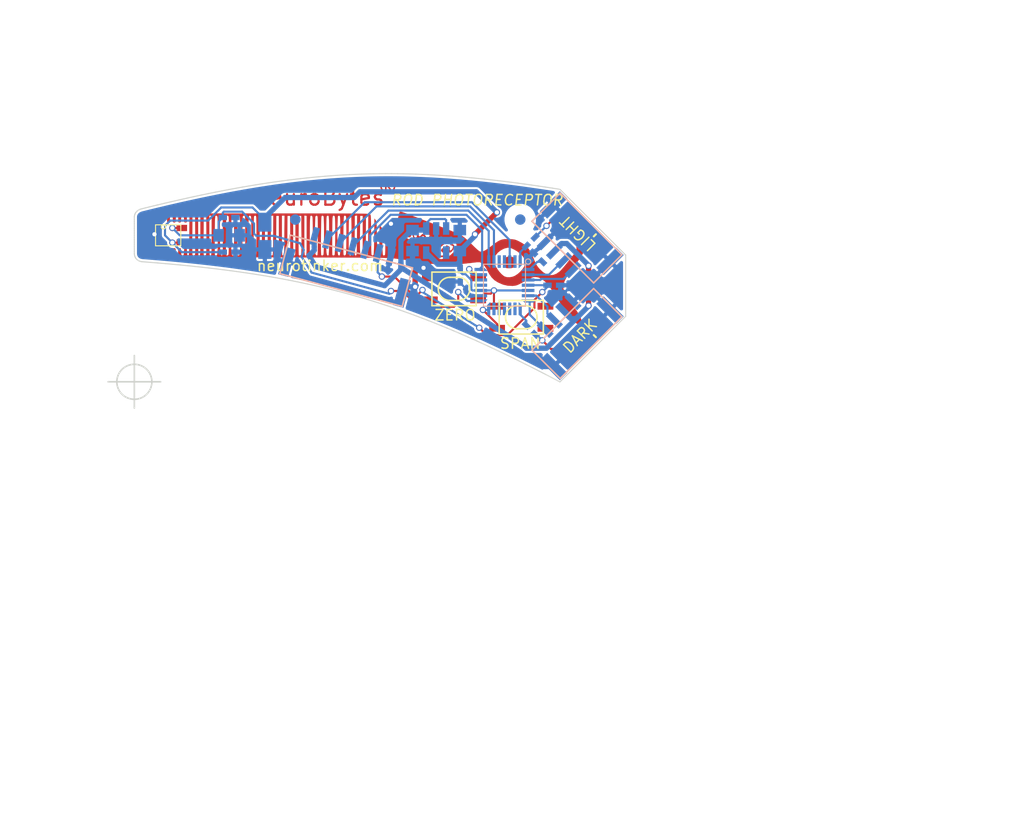
<source format=kicad_pcb>
(kicad_pcb (version 4) (host pcbnew 4.0.5-e0-6337~49~ubuntu14.04.1)
  (title_block (title "NeuroBytes Photoreceptor") (date 2017-05-23) (rev D) (company "NeuroTinker, LLC") (comment 1 "License: GPL v3"))
  (layers (0 F.Cu signal) (31 B.Cu signal) (34 B.Paste user) (35 F.Paste user) (36 B.SilkS user) (37 F.SilkS user) (38 B.Mask user) (39 F.Mask user) (44 Edge.Cuts user))
  (net 0 "")
  (net 1 +3V3)
  (net 2 GND)
  (net 3 RESET)
  (net 4 SENSE)
  (net 5 +5V)
  (net 6 SWDIO/SCK)
  (net 7 SWCLK/MISO)
  (net 8 NSS)
  (net 9 MOSI)
  (net 10 SPAN)
  (net 11 ZERO)
  (net 12 "Net-(U1-Pad6)")
  (net 13 "Net-(U2-Pad12)")
  (net 14 "Net-(U2-Pad18)")
  (net 15 "Net-(U2-Pad19)")
  (net 16 "Net-(U2-Pad24)")
  (net 17 "Net-(U2-Pad25)")
  (net 18 LED_LIGHT)
  (net 19 LED_DARK)
  (net 20 "Net-(U2-Pad13)")
  (net 21 "Net-(D1-Pad2)")
  (net 22 "Net-(D2-Pad2)")
  (net 23 "Net-(U3-Pad4)")
  (net 24 LIGHT_IN)
  (net 25 LIGHT_EX)
  (net 26 DARK_IN)
  (net 27 DARK_EX)
  (net 28 "Net-(R4-Pad1)")
  (net 29 "Net-(U2-Pad9)")
  (net 30 "Net-(U2-Pad10)")
  (net 31 "Net-(U2-Pad11)")
  (net 32 "Net-(U2-Pad27)")
  (net 33 "Net-(SW1-Pad1)")
  (net 34 "Net-(SW1-Pad4)")
  (net 35 "Net-(SW2-Pad1)")
  (net 36 "Net-(SW2-Pad4)")
  (module KiCad_Footprints:ZF_LOGO_Photoreceptor (layer F.Cu) (at 168 96)
    (fp_text reference G*** hide)
    (fp_text value LOGO hide)
    (fp_poly (pts (xy 22.252355 -2.216231) (xy 22.46404 -2.148282) (xy 22.689496 -2.066071) (xy 23.566119 -1.731552) (xy 24.351029 -1.430781) (xy 25.047826 -1.162328) (xy 25.660112 -0.924761) (xy 26.19149 -0.716648) (xy 26.645559 -0.536559) (xy 27.025923 -0.383062) (xy 27.336181 -0.254726) (xy 27.579936 -0.150119) (xy 27.76079 -0.067811) (xy 27.882343 -0.006369) (xy 27.905524 0.006864) (xy 28.145881 0.174622) (xy 28.441999 0.42633) (xy 28.794161 0.762232) (xy 28.896124 0.864591) (xy 29.155943 1.121409) (xy 29.374853 1.324668) (xy 29.545011 1.467509) (xy 29.658575 1.543073) (xy 29.682103 1.552029) (xy 29.820306 1.560949) (xy 29.983276 1.520464) (xy 30.181685 1.425135) (xy 30.426204 1.269525) (xy 30.727503 1.048195) (xy 30.8356 0.964214) (xy 31.130142 0.740073) (xy 31.373674 0.576634) (xy 31.58956 0.46538) (xy 31.801163 0.397796) (xy 32.031845 0.365363) (xy 32.304969 0.359566) (xy 32.480481 0.364596) (xy 32.728965 0.377428) (xy 32.911656 0.398576) (xy 33.064359 0.436304) (xy 33.222881 0.49888) (xy 33.3756 0.571233) (xy 33.748005 0.778912) (xy 34.049739 1.009727) (xy 34.297803 1.282773) (xy 34.509195 1.617145) (xy 34.700917 2.031938) (xy 34.72134 2.0828) (xy 34.844653 2.387479) (xy 34.946205 2.618519) (xy 35.038539 2.797913) (xy 35.134201 2.947654) (xy 35.245733 3.089736) (xy 35.383557 3.24386) (xy 35.695204 3.529771) (xy 36.006933 3.714118) (xy 36.319115 3.796935) (xy 36.632122 3.778258) (xy 36.946323 3.658123) (xy 37.262092 3.436564) (xy 37.277217 3.423446) (xy 37.393895 3.307113) (xy 37.554871 3.126691) (xy 37.744837 2.900368) (xy 37.948483 2.646332) (xy 38.128316 2.412349) (xy 38.409344 2.045586) (xy 38.642039 1.758058) (xy 38.832655 1.54331) (xy 38.987447 1.394888) (xy 39.112669 1.306337) (xy 39.214578 1.271203) (xy 39.235272 1.27) (xy 39.363383 1.308925) (xy 39.471335 1.402765) (xy 39.520987 1.517116) (xy 39.521284 1.528) (xy 39.500474 1.631886) (xy 39.437552 1.774932) (xy 39.327748 1.964767) (xy 39.166296 2.209023) (xy 38.948428 2.515331) (xy 38.670098 2.890362) (xy 38.336725 3.343334) (xy 38.069523 3.73226) (xy 37.864998 4.067051) (xy 37.719657 4.357619) (xy 37.630008 4.613875) (xy 37.592557 4.845729) (xy 37.603811 5.063092) (xy 37.660279 5.275876) (xy 37.754899 5.487186) (xy 37.840235 5.636523) (xy 37.97133 5.848364) (xy 38.1351 6.102387) (xy 38.318466 6.378268) (xy 38.490638 6.630186) (xy 38.677155 6.903196) (xy 38.852932 7.167813) (xy 39.005797 7.405155) (xy 39.123579 7.596344) (xy 39.191687 7.717621) (xy 39.29611 7.97473) (xy 39.332789 8.187908) (xy 39.300887 8.34591) (xy 39.243525 8.413297) (xy 39.125234 8.472585) (xy 39.002681 8.46573) (xy 38.851896 8.387996) (xy 38.752012 8.316192) (xy 38.647145 8.229732) (xy 38.536963 8.124283) (xy 38.416692 7.993222) (xy 38.281558 7.829929) (xy 38.126786 7.627782) (xy 37.947601 7.380162) (xy 37.739231 7.080445) (xy 37.4969 6.722013) (xy 37.215835 6.298242) (xy 36.89126 5.802513) (xy 36.518402 5.228205) (xy 36.457627 5.134273) (xy 36.165476 4.731179) (xy 35.864017 4.407557) (xy 35.559784 4.16847) (xy 35.259307 4.018977) (xy 34.969119 3.964138) (xy 34.947061 3.963988) (xy 34.856496 3.967727) (xy 34.76773 3.981628) (xy 34.666617 4.011755) (xy 34.539013 4.06417) (xy 34.370776 4.144935) (xy 34.147761 4.260113) (xy 33.855825 4.415766) (xy 33.710288 4.494113) (xy 33.468615 4.622002) (xy 33.288442 4.70842) (xy 33.14314 4.762449) (xy 33.006081 4.793176) (xy 32.850638 4.809683) (xy 32.770488 4.81473) (xy 32.314281 4.798185) (xy 31.863921 4.693209) (xy 31.401704 4.495606) (xy 31.382998 4.485862) (xy 31.05279 4.275009) (xy 30.780965 4.012514) (xy 30.548627 3.678328) (xy 30.450572 3.496529) (xy 30.27615 3.169003) (xy 30.122699 2.92616) (xy 29.980969 2.755677) (xy 29.841712 2.645237) (xy 29.791167 2.618165) (xy 29.719958 2.587182) (xy 29.648246 2.567153) (xy 29.559206 2.558458) (xy 29.436009 2.561477) (xy 29.261827 2.57659) (xy 29.019833 2.604177) (xy 28.709378 2.642589) (xy 27.808974 2.736899) (xy 26.968881 2.783631) (xy 26.159382 2.782294) (xy 25.350758 2.732399) (xy 24.513292 2.633455) (xy 24.0792 2.566223) (xy 23.580963 2.486139) (xy 23.066582 2.408684) (xy 22.5124 2.330476) (xy 21.894764 2.248134) (xy 21.4884 2.195912) (xy 21.409201 2.186924) (xy 21.315718 2.178587) (xy 21.203963 2.170867) (xy 21.069947 2.163734) (xy 20.909682 2.157155) (xy 20.719179 2.151099) (xy 20.494449 2.145534) (xy 20.231505 2.140428) (xy 19.926357 2.13575) (xy 19.575018 2.131467) (xy 19.173498 2.127548) (xy 18.717809 2.123961) (xy 18.203962 2.120675) (xy 17.62797 2.117658) (xy 16.985843 2.114877) (xy 16.273594 2.112302) (xy 15.487232 2.1099) (xy 14.622771 2.10764) (xy 13.676221 2.105489) (xy 12.643595 2.103417) (xy 11.520902 2.101391) (xy 10.304156 2.09938) (xy 9.136318 2.097573) (xy 7.844256 2.095584) (xy 6.649961 2.093645) (xy 5.549598 2.091722) (xy 4.539334 2.089783) (xy 3.615335 2.087795) (xy 2.773767 2.085726) (xy 2.010797 2.083544) (xy 1.32259 2.081214) (xy 0.705313 2.078706) (xy 0.155132 2.075986) (xy -0.331786 2.073022) (xy -0.759276 2.069781) (xy -1.131171 2.06623) (xy -1.451304 2.062337) (xy -1.72351 2.058069) (xy -1.951623 2.053394) (xy -2.139476 2.048279) (xy -2.290902 2.042692) (xy -2.409736 2.036599) (xy -2.499812 2.029969) (xy -2.564963 2.022768) (xy -2.609022 2.014964) (xy -2.635825 2.006524) (xy -2.649203 1.997416) (xy -2.649282 1.997321) (xy -2.667542 1.956782) (xy -2.682435 1.877651) (xy -2.694259 1.751187) (xy -2.703311 1.568649) (xy -2.709891 1.321296) (xy -2.714296 1.000388) (xy -2.715617 0.789667) (xy -2.480524 0.789667) (xy -2.480077 1.138531) (xy -2.478304 1.432603) (xy -2.475272 1.660011) (xy -2.471053 1.808886) (xy -2.46605 1.866656) (xy -2.400492 1.924718) (xy -2.30189 1.910503) (xy -2.24536 1.869439) (xy -2.230964 1.805757) (xy -2.218322 1.654673) (xy -2.207495 1.430372) (xy -2.198546 1.147038) (xy -2.191536 0.818855) (xy -2.186526 0.460008) (xy -2.183578 0.084681) (xy -2.182753 -0.292942) (xy -2.183076 -0.37995) (xy -1.98311 -0.37995) (xy -1.982669 -0.003689) (xy -1.980048 0.37361) (xy -1.975316 0.737759) (xy -1.968538 1.074566) (xy -1.959783 1.369843) (xy -1.949118 1.6094) (xy -1.936609 1.779048) (xy -1.922325 1.864596) (xy -1.918758 1.870922) (xy -1.823063 1.932641) (xy -1.753027 1.899207) (xy -1.707662 1.7693) (xy -1.686779 1.561574) (xy -1.676437 1.379914) (xy -1.659359 1.277337) (xy -1.626371 1.231353) (xy -1.568296 1.219476) (xy -1.547079 1.2192) (xy -1.480165 1.225244) (xy -1.442825 1.258633) (xy -1.42646 1.342249) (xy -1.422471 1.498977) (xy -1.4224 1.550994) (xy -1.416651 1.741453) (xy -1.39605 1.852689) (xy -1.355569 1.906601) (xy -1.338854 1.914848) (xy -1.242389 1.907547) (xy -1.169505 1.812293) (xy -1.126523 1.641254) (xy -1.1176 1.48889) (xy -1.112865 1.330867) (xy -1.092526 1.249829) (xy -1.047388 1.221363) (xy -1.016 1.2192) (xy -0.958794 1.230549) (xy -0.928141 1.280222) (xy -0.916068 1.391654) (xy -0.9144 1.517779) (xy -0.895056 1.743393) (xy -0.838075 1.879968) (xy -0.745035 1.924772) (xy -0.686447 1.912277) (xy -0.641755 1.866153) (xy -0.617489 1.758375) (xy -0.609639 1.570083) (xy -0.6096 1.550994) (xy -0.607329 1.372921) (xy -0.594783 1.273552) (xy -0.563362 1.230002) (xy -0.504468 1.219388) (xy -0.484922 1.2192) (xy -0.418523 1.225701) (xy -0.379659 1.260188) (xy -0.359174 1.34513) (xy -0.347914 1.503001) (xy -0.345222 1.5621) (xy -0.333901 1.745443) (xy -0.315166 1.849098) (xy -0.281564 1.894975) (xy -0.2286 1.905) (xy -0.17379 1.8939) (xy -0.140979 1.845994) (xy -0.122715 1.73937) (xy -0.111979 1.5621) (xy -0.10165 1.380269) (xy -0.084611 1.277538) (xy -0.051706 1.231433) (xy 0.00622 1.219485) (xy 0.027721 1.2192) (xy 0.097384 1.226141) (xy 0.134684 1.26301) (xy 0.149673 1.353877) (xy 0.1524 1.517779) (xy 0.171744 1.743393) (xy 0.228725 1.879968) (xy 0.321765 1.924772) (xy 0.380353 1.912277) (xy 0.425045 1.866153) (xy 0.449311 1.758375) (xy 0.457161 1.570083) (xy 0.4572 1.550994) (xy 0.459471 1.372921) (xy 0.472017 1.273552) (xy 0.503438 1.230002) (xy 0.562332 1.219388) (xy 0.581878 1.2192) (xy 0.648277 1.225701) (xy 0.687141 1.260188) (xy 0.707626 1.34513) (xy 0.718886 1.503001) (xy 0.721578 1.5621) (xy 0.732899 1.745443) (xy 0.751634 1.849098) (xy 0.785236 1.894975) (xy 0.8382 1.905) (xy 0.89301 1.8939) (xy 0.925821 1.845994) (xy 0.944085 1.73937) (xy 0.954821 1.5621) (xy 0.96515 1.380269) (xy 0.982189 1.277538) (xy 1.015094 1.231433) (xy 1.07302 1.219485) (xy 1.094521 1.2192) (xy 1.16479 1.226389) (xy 1.202166 1.264167) (xy 1.217093 1.356854) (xy 1.219977 1.5113) (xy 1.231323 1.732199) (xy 1.267424 1.865157) (xy 1.333525 1.921938) (xy 1.403087 1.922173) (xy 1.455703 1.896744) (xy 1.487577 1.830359) (xy 1.505613 1.700502) (xy 1.513621 1.561574) (xy 1.524042 1.37984) (xy 1.541243 1.277216) (xy 1.574236 1.231238) (xy 1.632036 1.219441) (xy 1.651 1.2192) (xy 1.716208 1.226037) (xy 1.754437 1.261516) (xy 1.774679 1.348085) (xy 1.785928 1.508192) (xy 1.788378 1.5621) (xy 1.799699 1.745443) (xy 1.818434 1.849098) (xy 1.852036 1.894975) (xy 1.905 1.905) (xy 1.931216 1.902327) (xy 1.952575 1.887907) (xy 1.969662 1.852134) (xy 1.983058 1.785404) (xy 1.993348 1.678114) (xy 2.001114 1.520657) (xy 2.00694 1.303431) (xy 2.011409 1.016829) (xy 2.01371 0.789145) (xy 2.294676 0.789145) (xy 2.295122 1.138095) (xy 2.296895 1.432258) (xy 2.299924 1.659765) (xy 2.304142 1.80875) (xy 2.30915 1.866656) (xy 2.373946 1.926693) (xy 2.467018 1.922224) (xy 2.545854 1.861617) (xy 2.565903 1.8161) (xy 2.572028 1.739753) (xy 2.576883 1.574313) (xy 2.580378 1.332283) (xy 2.582421 1.026161) (xy 2.582923 0.668449) (xy 2.581794 0.271648) (xy 2.579982 -0.012) (xy 2.8448 -0.012) (xy 2.845733 0.414884) (xy 2.848392 0.809553) (xy 2.852561 1.160525) (xy 2.858026 1.45632) (xy 2.864574 1.685457) (xy 2.87199 1.836455) (xy 2.880061 1.897832) (xy 2.880422 1.898289) (xy 2.956133 1.921762) (xy 2.994722 1.91876) (xy 3.015285 1.905333) (xy 3.031979 1.86749) (xy 3.045195 1.79581) (xy 3.055326 1.680874) (xy 3.062763 1.513265) (xy 3.067895 1.283562) (xy 3.071116 0.982347) (xy 3.071975 0.789145) (xy 3.361476 0.789145) (xy 3.361922 1.138095) (xy 3.363695 1.432258) (xy 3.366724 1.659765) (xy 3.370942 1.80875) (xy 3.37595 1.866656) (xy 3.44101 1.924454) (xy 3.537006 1.9119) (xy 3.601228 1.860912) (xy 3.617763 1.805241) (xy 3.630621 1.678989) (xy 3.639931 1.476738) (xy 3.645819 1.193069) (xy 3.648412 0.822562) (xy 3.647837 0.359799) (xy 3.645662 -0.012) (xy 3.9116 -0.012) (xy 3.912533 0.414884) (xy 3.915192 0.809553) (xy 3.919361 1.160525) (xy 3.924826 1.45632) (xy 3.931374 1.685457) (xy 3.93879 1.836455) (xy 3.946861 1.897832) (xy 3.947222 1.898289) (xy 4.022933 1.921762) (xy 4.061522 1.91876) (xy 4.082085 1.905333) (xy 4.098779 1.86749) (xy 4.111995 1.79581) (xy 4.122126 1.680874) (xy 4.129563 1.513265) (xy 4.134695 1.283562) (xy 4.137916 0.982347) (xy 4.138773 0.789667) (xy 4.428276 0.789667) (xy 4.428723 1.138531) (xy 4.430496 1.432603) (xy 4.433528 1.660011) (xy 4.437747 1.808886) (xy 4.44275 1.866656) (xy 4.508308 1.924718) (xy 4.60691 1.910503) (xy 4.66344 1.869439) (xy 4.677836 1.805757) (xy 4.690478 1.654673) (xy 4.701305 1.430372) (xy 4.710254 1.147038) (xy 4.717264 0.818855) (xy 4.722274 0.460008) (xy 4.725222 0.084681) (xy 4.725944 -0.245966) (xy 4.926669 -0.245966) (xy 4.928277 0.130358) (xy 4.931714 0.502784) (xy 4.936893 0.856708) (xy 4.943727 1.177527) (xy 4.952128 1.450637) (xy 4.96201 1.661434) (xy 4.973285 1.795314) (xy 4.981827 1.835204) (xy 5.057981 1.908898) (xy 5.121527 1.920069) (xy 5.143744 1.909042) (xy 5.161767 1.87898) (xy 5.176031 1.820283) (xy 5.186968 1.723349) (xy 5.19501 1.578577) (xy 5.200592 1.376367) (xy 5.204145 1.107116) (xy 5.205941 0.789667) (xy 5.495076 0.789667) (xy 5.495523 1.138531) (xy 5.497296 1.432603) (xy 5.500328 1.660011) (xy 5.504547 1.808886) (xy 5.50955 1.866656) (xy 5.575108 1.924718) (xy 5.67371 1.910503) (xy 5.73024 1.869439) (xy 5.744636 1.805757) (xy 5.757278 1.654673) (xy 5.768105 1.430372) (xy 5.777054 1.147038) (xy 5.784064 0.818855) (xy 5.789074 0.460008) (xy 5.792022 0.084681) (xy 5.792145 0.02794) (xy 5.995177 0.02794) (xy 5.995414 0.521365) (xy 5.997257 0.922464) (xy 6.001693 1.240507) (xy 6.00971 1.484765) (xy 6.022296 1.664509) (xy 6.040438 1.78901) (xy 6.065123 1.867539) (xy 6.097339 1.909368) (xy 6.138073 1.923767) (xy 6.188313 1.920007) (xy 6.196542 1.918486) (xy 6.21677 1.904426) (xy 6.233195 1.864574) (xy 6.246199 1.789567) (xy 6.256166 1.670042) (xy 6.263476 1.496636) (xy 6.268512 1.259986) (xy 6.271656 0.950728) (xy 6.272328 0.789667) (xy 6.561876 0.789667) (xy 6.562323 1.138531) (xy 6.564096 1.432603) (xy 6.567128 1.660011) (xy 6.571347 1.808886) (xy 6.57635 1.866656) (xy 6.641908 1.924718) (xy 6.74051 1.910503) (xy 6.79704 1.869439) (xy 6.811436 1.805757) (xy 6.824078 1.654673) (xy 6.834905 1.430372) (xy 6.843854 1.147038) (xy 6.850864 0.818855) (xy 6.855874 0.460008) (xy 6.858822 0.084681) (xy 6.858945 0.02794) (xy 7.061977 0.02794) (xy 7.062214 0.521365) (xy 7.064057 0.922464) (xy 7.068493 1.240507) (xy 7.07651 1.484765) (xy 7.089096 1.664509) (xy 7.107238 1.78901) (xy 7.131923 1.867539) (xy 7.164139 1.909368) (xy 7.204873 1.923767) (xy 7.255113 1.920007) (xy 7.263342 1.918486) (xy 7.28357 1.904426) (xy 7.299995 1.864574) (xy 7.312999 1.789567) (xy 7.322966 1.670042) (xy 7.330276 1.496636) (xy 7.335312 1.259986) (xy 7.338456 0.950728) (xy 7.339128 0.789667) (xy 7.628676 0.789667) (xy 7.629123 1.138531) (xy 7.630896 1.432603) (xy 7.633928 1.660011) (xy 7.638147 1.808886) (xy 7.64315 1.866656) (xy 7.706247 1.925309) (xy 7.795671 1.911257) (xy 7.872212 1.832139) (xy 7.885112 1.75831) (xy 7.896236 1.597937) (xy 7.905553 1.365462) (xy 7.913034 1.075325) (xy 7.918648 0.741967) (xy 7.922365 0.379829) (xy 7.924039 0.02794) (xy 8.128777 0.02794) (xy 8.129014 0.521365) (xy 8.130857 0.922464) (xy 8.135293 1.240507) (xy 8.14331 1.484765) (xy 8.155896 1.664509) (xy 8.174038 1.78901) (xy 8.198723 1.867539) (xy 8.230939 1.909368) (xy 8.271673 1.923767) (xy 8.321913 1.920007) (xy 8.330142 1.918486) (xy 8.35037 1.904426) (xy 8.366795 1.864574) (xy 8.379799 1.789567) (xy 8.389766 1.670042) (xy 8.397076 1.496636) (xy 8.402112 1.259986) (xy 8.405256 0.950728) (xy 8.405928 0.789705) (xy 8.695626 0.789705) (xy 8.696245 1.139158) (xy 8.698246 1.43393) (xy 8.701549 1.662121) (xy 8.706075 1.811833) (xy 8.711391 1.87041) (xy 8.775522 1.919605) (xy 8.826346 1.92077) (xy 8.84941 1.910512) (xy 8.868271 1.883086) (xy 8.883442 1.828888) (xy 8.895438 1.738312) (xy 8.904772 1.601752) (xy 8.91196 1.409604) (xy 8.917515 1.152263) (xy 8.921151 0.880017) (xy 9.202718 0.880017) (xy 9.204915 1.206135) (xy 9.211117 1.458025) (xy 9.222196 1.644808) (xy 9.239024 1.775604) (xy 9.262472 1.859533) (xy 9.293413 1.905718) (xy 9.332719 1.923278) (xy 9.381262 1.921334) (xy 9.393328 1.919183) (xy 9.414419 1.906634) (xy 9.431536 1.871601) (xy 9.445087 1.804591) (xy 9.455475 1.696111) (xy 9.463106 1.536669) (xy 9.468385 1.316774) (xy 9.471718 1.026931) (xy 9.472868 0.789705) (xy 9.762426 0.789705) (xy 9.763045 1.139158) (xy 9.765046 1.43393) (xy 9.768349 1.662121) (xy 9.772875 1.811833) (xy 9.778191 1.87041) (xy 9.842322 1.919605) (xy 9.893146 1.92077) (xy 9.91621 1.910512) (xy 9.935071 1.883086) (xy 9.950242 1.828888) (xy 9.962238 1.738312) (xy 9.971572 1.601752) (xy 9.97876 1.409604) (xy 9.984315 1.152263) (xy 9.988751 0.820122) (xy 9.989535 0.7348) (xy 10.269537 0.7348) (xy 10.27042 1.084834) (xy 10.27286 1.381184) (xy 10.276761 1.611319) (xy 10.282029 1.762709) (xy 10.287324 1.819397) (xy 10.338347 1.909267) (xy 10.428495 1.920997) (xy 10.541 1.905) (xy 10.541 -1.8542) (xy 10.287 -1.8542) (xy 10.272828 -0.0762) (xy 10.270308 0.343612) (xy 10.269537 0.7348) (xy 9.989535 0.7348) (xy 9.992583 0.403578) (xy 9.995521 0.008401) (xy 10.008792 -1.8796) (xy 10.8204 -1.8796) (xy 10.8204 -0.008467) (xy 10.821335 0.418005) (xy 10.823998 0.812253) (xy 10.828174 1.162786) (xy 10.833649 1.458111) (xy 10.840207 1.686736) (xy 10.847635 1.837167) (xy 10.855716 1.897914) (xy 10.856022 1.898289) (xy 10.931735 1.921769) (xy 10.970322 1.918772) (xy 10.990906 1.905057) (xy 11.007825 1.866357) (xy 11.021532 1.793307) (xy 11.032479 1.676544) (xy 11.041118 1.506706) (xy 11.047899 1.274429) (xy 11.053276 0.97035) (xy 11.055356 0.789145) (xy 11.337076 0.789145) (xy 11.337522 1.138095) (xy 11.339295 1.432258) (xy 11.342324 1.659765) (xy 11.346542 1.80875) (xy 11.35155 1.866656) (xy 11.416346 1.926693) (xy 11.509418 1.922224) (xy 11.588254 1.861617) (xy 11.608303 1.8161) (xy 11.614428 1.739753) (xy 11.619283 1.574313) (xy 11.622778 1.332283) (xy 11.624821 1.026161) (xy 11.625323 0.668449) (xy 11.624194 0.271648) (xy 11.622382 -0.012) (xy 11.8872 -0.012) (xy 11.888133 0.414884) (xy 11.890792 0.809553) (xy 11.894961 1.160525) (xy 11.900426 1.45632) (xy 11.906974 1.685457) (xy 11.91439 1.836455) (xy 11.922461 1.897832) (xy 11.922822 1.898289) (xy 11.998533 1.921762) (xy 12.037122 1.91876) (xy 12.057685 1.905333) (xy 12.074379 1.86749) (xy 12.087595 1.79581) (xy 12.097726 1.680874) (xy 12.105163 1.513265) (xy 12.110295 1.283562) (xy 12.113516 0.982347) (xy 12.114375 0.789145) (xy 12.403876 0.789145) (xy 12.404322 1.138095) (xy 12.406095 1.432258) (xy 12.409124 1.659765) (xy 12.413342 1.80875) (xy 12.41835 1.866656) (xy 12.48341 1.924454) (xy 12.579406 1.9119) (xy 12.643628 1.860912) (xy 12.660163 1.805241) (xy 12.673021 1.678989) (xy 12.682331 1.476738) (xy 12.688219 1.193069) (xy 12.690812 0.822562) (xy 12.690237 0.359799) (xy 12.688062 -0.012) (xy 12.954 -0.012) (xy 12.954933 0.414884) (xy 12.957592 0.809553) (xy 12.961761 1.160525) (xy 12.967226 1.45632) (xy 12.973774 1.685457) (xy 12.98119 1.836455) (xy 12.989261 1.897832) (xy 12.989622 1.898289) (xy 13.065333 1.921762) (xy 13.103922 1.91876) (xy 13.124485 1.905333) (xy 13.141179 1.86749) (xy 13.154395 1.79581) (xy 13.164526 1.680874) (xy 13.171963 1.513265) (xy 13.177095 1.283562) (xy 13.180316 0.982347) (xy 13.181173 0.789667) (xy 13.470676 0.789667) (xy 13.471123 1.138531) (xy 13.472896 1.432603) (xy 13.475928 1.660011) (xy 13.480147 1.808886) (xy 13.48515 1.866656) (xy 13.550708 1.924718) (xy 13.64931 1.910503) (xy 13.70584 1.869439) (xy 13.720236 1.805757) (xy 13.732878 1.654673) (xy 13.743705 1.430372) (xy 13.752654 1.147038) (xy 13.759664 0.818855) (xy 13.764674 0.460008) (xy 13.767622 0.084681) (xy 13.768344 -0.245966) (xy 13.969069 -0.245966) (xy 13.970677 0.130358) (xy 13.974114 0.502784) (xy 13.979293 0.856708) (xy 13.986127 1.177527) (xy 13.994528 1.450637) (xy 14.00441 1.661434) (xy 14.015685 1.795314) (xy 14.024227 1.835204) (xy 14.100381 1.908898) (xy 14.163927 1.920069) (xy 14.186144 1.909042) (xy 14.204167 1.87898) (xy 14.218431 1.820283) (xy 14.229368 1.723349) (xy 14.23741 1.578577) (xy 14.242992 1.376367) (xy 14.246545 1.107116) (xy 14.248341 0.789667) (xy 14.537476 0.789667) (xy 14.537923 1.138531) (xy 14.539696 1.432603) (xy 14.542728 1.660011) (xy 14.546947 1.808886) (xy 14.55195 1.866656) (xy 14.617508 1.924718) (xy 14.71611 1.910503) (xy 14.77264 1.869439) (xy 14.787036 1.805757) (xy 14.799678 1.654673) (xy 14.810505 1.430372) (xy 14.819454 1.147038) (xy 14.826464 0.818855) (xy 14.831474 0.460008) (xy 14.834422 0.084681) (xy 14.834545 0.02794) (xy 15.037577 0.02794) (xy 15.037814 0.521365) (xy 15.039657 0.922464) (xy 15.044093 1.240507) (xy 15.05211 1.484765) (xy 15.064696 1.664509) (xy 15.082838 1.78901) (xy 15.107523 1.867539) (xy 15.139739 1.909368) (xy 15.180473 1.923767) (xy 15.230713 1.920007) (xy 15.238942 1.918486) (xy 15.25917 1.904426) (xy 15.275595 1.864574) (xy 15.288599 1.789567) (xy 15.298566 1.670042) (xy 15.305876 1.496636) (xy 15.310912 1.259986) (xy 15.314056 0.950728) (xy 15.314728 0.789667) (xy 15.604276 0.789667) (xy 15.604723 1.138531) (xy 15.606496 1.432603) (xy 15.609528 1.660011) (xy 15.613747 1.808886) (xy 15.61875 1.866656) (xy 15.684308 1.924718) (xy 15.78291 1.910503) (xy 15.83944 1.869439) (xy 15.853836 1.805757) (xy 15.866478 1.654673) (xy 15.877305 1.430372) (xy 15.886254 1.147038) (xy 15.893264 0.818855) (xy 15.898274 0.460008) (xy 15.901222 0.084681) (xy 15.901345 0.02794) (xy 16.104377 0.02794) (xy 16.104614 0.521365) (xy 16.106457 0.922464) (xy 16.110893 1.240507) (xy 16.11891 1.484765) (xy 16.131496 1.664509) (xy 16.149638 1.78901) (xy 16.174323 1.867539) (xy 16.206539 1.909368) (xy 16.247273 1.923767) (xy 16.297513 1.920007) (xy 16.305742 1.918486) (xy 16.32597 1.904426) (xy 16.342395 1.864574) (xy 16.355399 1.789567) (xy 16.365366 1.670042) (xy 16.372676 1.496636) (xy 16.377712 1.259986) (xy 16.380856 0.950728) (xy 16.381528 0.789667) (xy 16.671076 0.789667) (xy 16.671523 1.138531) (xy 16.673296 1.432603) (xy 16.676328 1.660011) (xy 16.680547 1.808886) (xy 16.68555 1.866656) (xy 16.748647 1.925309) (xy 16.838071 1.911257) (xy 16.914612 1.832139) (xy 16.927512 1.75831) (xy 16.938636 1.597937) (xy 16.947953 1.365462) (xy 16.955434 1.075325) (xy 16.961048 0.741967) (xy 16.964765 0.379829) (xy 16.966439 0.02794) (xy 17.171177 0.02794) (xy 17.171414 0.521365) (xy 17.173257 0.922464) (xy 17.177693 1.240507) (xy 17.18571 1.484765) (xy 17.198296 1.664509) (xy 17.216438 1.78901) (xy 17.241123 1.867539) (xy 17.273339 1.909368) (xy 17.314073 1.923767) (xy 17.364313 1.920007) (xy 17.372542 1.918486) (xy 17.39277 1.904426) (xy 17.409195 1.864574) (xy 17.422199 1.789567) (xy 17.432166 1.670042) (xy 17.439476 1.496636) (xy 17.444512 1.259986) (xy 17.447656 0.950728) (xy 17.448328 0.789705) (xy 17.738026 0.789705) (xy 17.738645 1.139158) (xy 17.740646 1.43393) (xy 17.743949 1.662121) (xy 17.748475 1.811833) (xy 17.753791 1.87041) (xy 17.817922 1.919605) (xy 17.868746 1.92077) (xy 17.89181 1.910512) (xy 17.910671 1.883086) (xy 17.925842 1.828888) (xy 17.937838 1.738312) (xy 17.947172 1.601752) (xy 17.95436 1.409604) (xy 17.959915 1.152263) (xy 17.963551 0.880017) (xy 18.245118 0.880017) (xy 18.247315 1.206135) (xy 18.253517 1.458025) (xy 18.264596 1.644808) (xy 18.281424 1.775604) (xy 18.304872 1.859533) (xy 18.335813 1.905718) (xy 18.375119 1.923278) (xy 18.423662 1.921334) (xy 18.435728 1.919183) (xy 18.456819 1.906634) (xy 18.473936 1.871601) (xy 18.487487 1.804591) (xy 18.497875 1.696111) (xy 18.505506 1.536669) (xy 18.510785 1.316774) (xy 18.514118 1.026931) (xy 18.515268 0.789705) (xy 18.804826 0.789705) (xy 18.805445 1.139158) (xy 18.807446 1.43393) (xy 18.810749 1.662121) (xy 18.815275 1.811833) (xy 18.820591 1.87041) (xy 18.884722 1.919605) (xy 18.935546 1.92077) (xy 18.95861 1.910512) (xy 18.977471 1.883086) (xy 18.992642 1.828888) (xy 19.004638 1.738312) (xy 19.013972 1.601752) (xy 19.02116 1.409604) (xy 19.026715 1.152263) (xy 19.031151 0.820122) (xy 19.034983 0.403578) (xy 19.037921 0.008401) (xy 19.051243 -1.88683) (xy 18.936321 -1.870515) (xy 18.8214 -1.8542) (xy 18.808044 -0.025644) (xy 18.805666 0.397471) (xy 18.804826 0.789705) (xy 18.515268 0.789705) (xy 18.515909 0.65765) (xy 18.516564 0.199438) (xy 18.5166 0.024704) (xy 18.5166 -1.8542) (xy 18.2626 -1.8542) (xy 18.249251 -0.031388) (xy 18.246054 0.47055) (xy 18.245118 0.880017) (xy 17.963551 0.880017) (xy 17.964351 0.820122) (xy 17.968183 0.403578) (xy 17.971121 0.008401) (xy 17.984443 -1.88683) (xy 17.869521 -1.870515) (xy 17.7546 -1.8542) (xy 17.741244 -0.025644) (xy 17.738866 0.397471) (xy 17.738026 0.789705) (xy 17.448328 0.789705) (xy 17.44929 0.559498) (xy 17.449796 0.076935) (xy 17.4498 0.0254) (xy 17.449597 -0.461089) (xy 17.448664 -0.855696) (xy 17.44651 -1.168137) (xy 17.442647 -1.408129) (xy 17.436584 -1.585391) (xy 17.427834 -1.709638) (xy 17.415905 -1.790589) (xy 17.400309 -1.83796) (xy 17.380557 -1.861468) (xy 17.356159 -1.870831) (xy 17.354287 -1.871203) (xy 17.254067 -1.855175) (xy 17.215365 -1.821099) (xy 17.205211 -1.755812) (xy 17.195856 -1.601011) (xy 17.187589 -1.36878) (xy 17.180699 -1.071202) (xy 17.175475 -0.720363) (xy 17.172205 -0.328346) (xy 17.171177 0.02794) (xy 16.966439 0.02794) (xy 16.966556 0.003351) (xy 16.966389 -0.373025) (xy 16.964235 -0.73486) (xy 16.960064 -1.067711) (xy 16.953845 -1.35714) (xy 16.945549 -1.588704) (xy 16.935145 -1.747964) (xy 16.922604 -1.820478) (xy 16.922234 -1.821099) (xy 16.841848 -1.870214) (xy 16.783312 -1.871216) (xy 16.758233 -1.862167) (xy 16.737847 -1.839087) (xy 16.721574 -1.792128) (xy 16.708832 -1.711443) (xy 16.699041 -1.587184) (xy 16.69162 -1.409506) (xy 16.685989 -1.168561) (xy 16.681567 -0.854501) (xy 16.677773 -0.457479) (xy 16.674444 -0.024961) (xy 16.672027 0.397879) (xy 16.671076 0.789667) (xy 16.381528 0.789667) (xy 16.38249 0.559498) (xy 16.382996 0.076935) (xy 16.383 0.0254) (xy 16.382797 -0.461089) (xy 16.381864 -0.855696) (xy 16.37971 -1.168137) (xy 16.375847 -1.408129) (xy 16.369784 -1.585391) (xy 16.361034 -1.709638) (xy 16.349105 -1.790589) (xy 16.333509 -1.83796) (xy 16.313757 -1.861468) (xy 16.289359 -1.870831) (xy 16.287487 -1.871203) (xy 16.187267 -1.855175) (xy 16.148565 -1.821099) (xy 16.138411 -1.755812) (xy 16.129056 -1.601011) (xy 16.120789 -1.36878) (xy 16.113899 -1.071202) (xy 16.108675 -0.720363) (xy 16.105405 -0.328346) (xy 16.104377 0.02794) (xy 15.901345 0.02794) (xy 15.902047 -0.292942) (xy 15.900688 -0.658677) (xy 15.897082 -0.998339) (xy 15.891168 -1.297744) (xy 15.882886 -1.542707) (xy 15.872172 -1.719045) (xy 15.858967 -1.812573) (xy 15.855434 -1.821099) (xy 15.775048 -1.870214) (xy 15.716512 -1.871216) (xy 15.691433 -1.862167) (xy 15.671047 -1.839087) (xy 15.654774 -1.792128) (xy 15.642032 -1.711443) (xy 15.632241 -1.587184) (xy 15.62482 -1.409506) (xy 15.619189 -1.168561) (xy 15.614767 -0.854501) (xy 15.610973 -0.457479) (xy 15.607644 -0.024961) (xy 15.605227 0.397879) (xy 15.604276 0.789667) (xy 15.314728 0.789667) (xy 15.31569 0.559498) (xy 15.316196 0.076935) (xy 15.3162 0.0254) (xy 15.315997 -0.461089) (xy 15.315064 -0.855696) (xy 15.31291 -1.168137) (xy 15.309047 -1.408129) (xy 15.302984 -1.585391) (xy 15.294234 -1.709638) (xy 15.282305 -1.790589) (xy 15.266709 -1.83796) (xy 15.246957 -1.861468) (xy 15.222559 -1.870831) (xy 15.220687 -1.871203) (xy 15.120467 -1.855175) (xy 15.081765 -1.821099) (xy 15.071611 -1.755812) (xy 15.062256 -1.601011) (xy 15.053989 -1.36878) (xy 15.047099 -1.071202) (xy 15.041875 -0.720363) (xy 15.038605 -0.328346) (xy 15.037577 0.02794) (xy 14.834545 0.02794) (xy 14.835247 -0.292942) (xy 14.833888 -0.658677) (xy 14.830282 -0.998339) (xy 14.824368 -1.297744) (xy 14.816086 -1.542707) (xy 14.805372 -1.719045) (xy 14.792167 -1.812573) (xy 14.788634 -1.821099) (xy 14.708248 -1.870214) (xy 14.649712 -1.871216) (xy 14.624633 -1.862167) (xy 14.604247 -1.839087) (xy 14.587974 -1.792128) (xy 14.575232 -1.711443) (xy 14.565441 -1.587184) (xy 14.55802 -1.409506) (xy 14.552389 -1.168561) (xy 14.547967 -0.854501) (xy 14.544173 -0.457479) (xy 14.540844 -0.024961) (xy 14.538427 0.397879) (xy 14.537476 0.789667) (xy 14.248341 0.789667) (xy 14.248503 0.761224) (xy 14.2493 0.32909) (xy 14.2494 0.024704) (xy 14.249302 -0.461234) (xy 14.248642 -0.855296) (xy 14.246865 -1.167206) (xy 14.24342 -1.406689) (xy 14.237753 -1.58347) (xy 14.229313 -1.707272) (xy 14.217545 -1.787819) (xy 14.201897 -1.834836) (xy 14.181817 -1.858048) (xy 14.156751 -1.867178) (xy 14.141721 -1.869566) (xy 14.045729 -1.849063) (xy 14.002715 -1.767966) (xy 13.991518 -1.67493) (xy 13.982672 -1.49817) (xy 13.976092 -1.25229) (xy 13.971689 -0.951894) (xy 13.969378 -0.611585) (xy 13.969069 -0.245966) (xy 13.768344 -0.245966) (xy 13.768447 -0.292942) (xy 13.767088 -0.658677) (xy 13.763482 -0.998339) (xy 13.757568 -1.297744) (xy 13.749286 -1.542707) (xy 13.738572 -1.719045) (xy 13.725367 -1.812573) (xy 13.721834 -1.821099) (xy 13.641448 -1.870214) (xy 13.582912 -1.871216) (xy 13.557833 -1.862167) (xy 13.537447 -1.839087) (xy 13.521174 -1.792128) (xy 13.508432 -1.711443) (xy 13.498641 -1.587184) (xy 13.49122 -1.409506) (xy 13.485589 -1.168561) (xy 13.481167 -0.854501) (xy 13.477373 -0.457479) (xy 13.474044 -0.024961) (xy 13.471627 0.397879) (xy 13.470676 0.789667) (xy 13.181173 0.789667) (xy 13.182016 0.6002) (xy 13.182587 0.127704) (xy 13.1826 0.024704) (xy 13.1826 -1.8542) (xy 13.0683 -1.870434) (xy 12.954 -1.886667) (xy 12.954 -0.012) (xy 12.688062 -0.012) (xy 12.687948 -0.031388) (xy 12.6746 -1.8542) (xy 12.4206 -1.8542) (xy 12.407244 -0.025644) (xy 12.404827 0.397276) (xy 12.403876 0.789145) (xy 12.114375 0.789145) (xy 12.115216 0.6002) (xy 12.115787 0.127704) (xy 12.1158 0.024704) (xy 12.1158 -1.8542) (xy 12.0015 -1.870434) (xy 11.8872 -1.886667) (xy 11.8872 -0.012) (xy 11.622382 -0.012) (xy 11.621971 -0.0762) (xy 11.6078 -1.8542) (xy 11.3538 -1.8542) (xy 11.340444 -0.025644) (xy 11.338027 0.397276) (xy 11.337076 0.789145) (xy 11.055356 0.789145) (xy 11.057699 0.585105) (xy 11.061621 0.109333) (xy 11.062318 0.012016) (xy 11.075636 -1.8796) (xy 10.8204 -1.8796) (xy 10.008792 -1.8796) (xy 10.008843 -1.88683) (xy 9.893921 -1.870515) (xy 9.779 -1.8542) (xy 9.765644 -0.025644) (xy 9.763266 0.397471) (xy 9.762426 0.789705) (xy 9.472868 0.789705) (xy 9.473509 0.65765) (xy 9.474164 0.199438) (xy 9.4742 0.024704) (xy 9.4742 -1.8542) (xy 9.2202 -1.8542) (xy 9.206851 -0.031388) (xy 9.203654 0.47055) (xy 9.202718 0.880017) (xy 8.921151 0.880017) (xy 8.921951 0.820122) (xy 8.925783 0.403578) (xy 8.928721 0.008401) (xy 8.942043 -1.88683) (xy 8.827121 -1.870515) (xy 8.7122 -1.8542) (xy 8.698844 -0.025644) (xy 8.696466 0.397471) (xy 8.695626 0.789705) (xy 8.405928 0.789705) (xy 8.40689 0.559498) (xy 8.407396 0.076935) (xy 8.4074 0.0254) (xy 8.407197 -0.461089) (xy 8.406264 -0.855696) (xy 8.40411 -1.168137) (xy 8.400247 -1.408129) (xy 8.394184 -1.585391) (xy 8.385434 -1.709638) (xy 8.373505 -1.790589) (xy 8.357909 -1.83796) (xy 8.338157 -1.861468) (xy 8.313759 -1.870831) (xy 8.311887 -1.871203) (xy 8.211667 -1.855175) (xy 8.172965 -1.821099) (xy 8.162811 -1.755812) (xy 8.153456 -1.601011) (xy 8.145189 -1.36878) (xy 8.138299 -1.071202) (xy 8.133075 -0.720363) (xy 8.129805 -0.328346) (xy 8.128777 0.02794) (xy 7.924039 0.02794) (xy 7.924156 0.003351) (xy 7.923989 -0.373025) (xy 7.921835 -0.73486) (xy 7.917664 -1.067711) (xy 7.911445 -1.35714) (xy 7.903149 -1.588704) (xy 7.892745 -1.747964) (xy 7.880204 -1.820478) (xy 7.879834 -1.821099) (xy 7.799448 -1.870214) (xy 7.740912 -1.871216) (xy 7.715833 -1.862167) (xy 7.695447 -1.839087) (xy 7.679174 -1.792128) (xy 7.666432 -1.711443) (xy 7.656641 -1.587184) (xy 7.64922 -1.409506) (xy 7.643589 -1.168561) (xy 7.639167 -0.854501) (xy 7.635373 -0.457479) (xy 7.632044 -0.024961) (xy 7.629627 0.397879) (xy 7.628676 0.789667) (xy 7.339128 0.789667) (xy 7.34009 0.559498) (xy 7.340596 0.076935) (xy 7.3406 0.0254) (xy 7.340397 -0.461089) (xy 7.339464 -0.855696) (xy 7.33731 -1.168137) (xy 7.333447 -1.408129) (xy 7.327384 -1.585391) (xy 7.318634 -1.709638) (xy 7.306705 -1.790589) (xy 7.291109 -1.83796) (xy 7.271357 -1.861468) (xy 7.246959 -1.870831) (xy 7.245087 -1.871203) (xy 7.144867 -1.855175) (xy 7.106165 -1.821099) (xy 7.096011 -1.755812) (xy 7.086656 -1.601011) (xy 7.078389 -1.36878) (xy 7.071499 -1.071202) (xy 7.066275 -0.720363) (xy 7.063005 -0.328346) (xy 7.061977 0.02794) (xy 6.858945 0.02794) (xy 6.859647 -0.292942) (xy 6.858288 -0.658677) (xy 6.854682 -0.998339) (xy 6.848768 -1.297744) (xy 6.840486 -1.542707) (xy 6.829772 -1.719045) (xy 6.816567 -1.812573) (xy 6.813034 -1.821099) (xy 6.732648 -1.870214) (xy 6.674112 -1.871216) (xy 6.649033 -1.862167) (xy 6.628647 -1.839087) (xy 6.612374 -1.792128) (xy 6.599632 -1.711443) (xy 6.589841 -1.587184) (xy 6.58242 -1.409506) (xy 6.576789 -1.168561) (xy 6.572367 -0.854501) (xy 6.568573 -0.457479) (xy 6.565244 -0.024961) (xy 6.562827 0.397879) (xy 6.561876 0.789667) (xy 6.272328 0.789667) (xy 6.27329 0.559498) (xy 6.273796 0.076935) (xy 6.2738 0.0254) (xy 6.273597 -0.461089) (xy 6.272664 -0.855696) (xy 6.27051 -1.168137) (xy 6.266647 -1.408129) (xy 6.260584 -1.585391) (xy 6.251834 -1.709638) (xy 6.239905 -1.790589) (xy 6.224309 -1.83796) (xy 6.204557 -1.861468) (xy 6.180159 -1.870831) (xy 6.178287 -1.871203) (xy 6.078067 -1.855175) (xy 6.039365 -1.821099) (xy 6.029211 -1.755812) (xy 6.019856 -1.601011) (xy 6.011589 -1.36878) (xy 6.004699 -1.071202) (xy 5.999475 -0.720363) (xy 5.996205 -0.328346) (xy 5.995177 0.02794) (xy 5.792145 0.02794) (xy 5.792847 -0.292942) (xy 5.791488 -0.658677) (xy 5.787882 -0.998339) (xy 5.781968 -1.297744) (xy 5.773686 -1.542707) (xy 5.762972 -1.719045) (xy 5.749767 -1.812573) (xy 5.746234 -1.821099) (xy 5.665848 -1.870214) (xy 5.607312 -1.871216) (xy 5.582233 -1.862167) (xy 5.561847 -1.839087) (xy 5.545574 -1.792128) (xy 5.532832 -1.711443) (xy 5.523041 -1.587184) (xy 5.51562 -1.409506) (xy 5.509989 -1.168561) (xy 5.505567 -0.854501) (xy 5.501773 -0.457479) (xy 5.498444 -0.024961) (xy 5.496027 0.397879) (xy 5.495076 0.789667) (xy 5.205941 0.789667) (xy 5.206103 0.761224) (xy 5.2069 0.32909) (xy 5.207 0.024704) (xy 5.206902 -0.461234) (xy 5.206242 -0.855296) (xy 5.204465 -1.167206) (xy 5.20102 -1.406689) (xy 5.195353 -1.58347) (xy 5.186913 -1.707272) (xy 5.175145 -1.787819) (xy 5.159497 -1.834836) (xy 5.139417 -1.858048) (xy 5.114351 -1.867178) (xy 5.099321 -1.869566) (xy 5.003329 -1.849063) (xy 4.960315 -1.767966) (xy 4.949118 -1.67493) (xy 4.940272 -1.49817) (xy 4.933692 -1.25229) (xy 4.929289 -0.951894) (xy 4.926978 -0.611585) (xy 4.926669 -0.245966) (xy 4.725944 -0.245966) (xy 4.726047 -0.292942) (xy 4.724688 -0.658677) (xy 4.721082 -0.998339) (xy 4.715168 -1.297744) (xy 4.706886 -1.542707) (xy 4.696172 -1.719045) (xy 4.682967 -1.812573) (xy 4.679434 -1.821099) (xy 4.599048 -1.870214) (xy 4.540512 -1.871216) (xy 4.515433 -1.862167) (xy 4.495047 -1.839087) (xy 4.478774 -1.792128) (xy 4.466032 -1.711443) (xy 4.456241 -1.587184) (xy 4.44882 -1.409506) (xy 4.443189 -1.168561) (xy 4.438767 -0.854501) (xy 4.434973 -0.457479) (xy 4.431644 -0.024961) (xy 4.429227 0.397879) (xy 4.428276 0.789667) (xy 4.138773 0.789667) (xy 4.139616 0.6002) (xy 4.140187 0.127704) (xy 4.1402 0.024704) (xy 4.1402 -1.8542) (xy 4.0259 -1.870434) (xy 3.9116 -1.886667) (xy 3.9116 -0.012) (xy 3.645662 -0.012) (xy 3.645548 -0.031388) (xy 3.6322 -1.8542) (xy 3.3782 -1.8542) (xy 3.364844 -0.025644) (xy 3.362427 0.397276) (xy 3.361476 0.789145) (xy 3.071975 0.789145) (xy 3.072816 0.6002) (xy 3.073387 0.127704) (xy 3.0734 0.024704) (xy 3.0734 -1.8542) (xy 2.9591 -1.870434) (xy 2.8448 -1.886667) (xy 2.8448 -0.012) (xy 2.579982 -0.012) (xy 2.579571 -0.0762) (xy 2.5654 -1.8542) (xy 2.3114 -1.8542) (xy 2.298044 -0.025644) (xy 2.295627 0.397276) (xy 2.294676 0.789145) (xy 2.01371 0.789145) (xy 2.015104 0.651249) (xy 2.018609 0.197085) (xy 2.019918 0.0127) (xy 2.033236 -1.8796) (xy 1.905618 -1.8796) (xy 1.83702 -1.873886) (xy 1.798812 -1.841436) (xy 1.782121 -1.759294) (xy 1.778075 -1.604502) (xy 1.778 -1.5494) (xy 1.7757 -1.371854) (xy 1.763031 -1.272957) (xy 1.73134 -1.229774) (xy 1.671975 -1.219369) (xy 1.653424 -1.2192) (xy 1.585019 -1.226427) (xy 1.545895 -1.263644) (xy 1.525796 -1.354163) (xy 1.514465 -1.521291) (xy 1.513724 -1.5367) (xy 1.502712 -1.710084) (xy 1.483699 -1.805233) (xy 1.44624 -1.845483) (xy 1.379887 -1.854169) (xy 1.3716 -1.8542) (xy 1.301918 -1.847319) (xy 1.262134 -1.811119) (xy 1.241802 -1.722263) (xy 1.230475 -1.557416) (xy 1.229475 -1.5367) (xy 1.218377 -1.363239) (xy 1.19924 -1.268044) (xy 1.161807 -1.227807) (xy 1.095823 -1.219219) (xy 1.089775 -1.2192) (xy 1.023065 -1.225212) (xy 0.985757 -1.258458) (xy 0.969334 -1.341758) (xy 0.965279 -1.497929) (xy 0.9652 -1.552934) (xy 0.96294 -1.731252) (xy 0.950983 -1.82957) (xy 0.921557 -1.86947) (xy 0.866895 -1.872533) (xy 0.8509 -1.870434) (xy 0.787458 -1.851095) (xy 0.75077 -1.799565) (xy 0.731396 -1.691502) (xy 0.721475 -1.5367) (xy 0.710287 -1.363149) (xy 0.691016 -1.267902) (xy 0.653597 -1.227681) (xy 0.587966 -1.219208) (xy 0.5842 -1.2192) (xy 0.517067 -1.226794) (xy 0.478598 -1.265092) (xy 0.458728 -1.357372) (xy 0.447393 -1.52691) (xy 0.446924 -1.5367) (xy 0.435912 -1.710084) (xy 0.416899 -1.805233) (xy 0.37944 -1.845483) (xy 0.313087 -1.854169) (xy 0.3048 -1.8542) (xy 0.235118 -1.847319) (xy 0.195334 -1.811119) (xy 0.175002 -1.722263) (xy 0.163675 -1.557416) (xy 0.162675 -1.5367) (xy 0.151577 -1.363239) (xy 0.13244 -1.268044) (xy 0.095007 -1.227807) (xy 0.029023 -1.219219) (xy 0.022975 -1.2192) (xy -0.043735 -1.225212) (xy -0.081043 -1.258458) (xy -0.097466 -1.341758) (xy -0.101521 -1.497929) (xy -0.1016 -1.552934) (xy -0.10386 -1.731252) (xy -0.115817 -1.82957) (xy -0.145243 -1.86947) (xy -0.199905 -1.872533) (xy -0.2159 -1.870434) (xy -0.279342 -1.851095) (xy -0.31603 -1.799565) (xy -0.335404 -1.691502) (xy -0.345325 -1.5367) (xy -0.356513 -1.363149) (xy -0.375784 -1.267902) (xy -0.413203 -1.227681) (xy -0.478834 -1.219208) (xy -0.4826 -1.2192) (xy -0.549776 -1.22681) (xy -0.58825 -1.265167) (xy -0.608112 -1.357566) (xy -0.61945 -1.527304) (xy -0.619876 -1.53619) (xy -0.633482 -1.715456) (xy -0.657821 -1.81636) (xy -0.700547 -1.862093) (xy -0.730513 -1.871389) (xy -0.824259 -1.860722) (xy -0.882296 -1.778358) (xy -0.909732 -1.613546) (xy -0.913623 -1.4859) (xy -0.918958 -1.328904) (xy -0.940046 -1.248807) (xy -0.986293 -1.221105) (xy -1.016 -1.2192) (xy -1.075846 -1.232003) (xy -1.106519 -1.286746) (xy -1.117425 -1.407932) (xy -1.118378 -1.4859) (xy -1.131356 -1.699912) (xy -1.172167 -1.825647) (xy -1.245917 -1.873855) (xy -1.301488 -1.871389) (xy -1.356017 -1.844223) (xy -1.388409 -1.77325) (xy -1.406317 -1.635278) (xy -1.412125 -1.53619) (xy -1.423329 -1.36281) (xy -1.442647 -1.267716) (xy -1.480166 -1.227613) (xy -1.545976 -1.219207) (xy -1.5494 -1.2192) (xy -1.616576 -1.22681) (xy -1.65505 -1.265167) (xy -1.674912 -1.357566) (xy -1.68625 -1.527304) (xy -1.686676 -1.53619) (xy -1.700282 -1.715456) (xy -1.724621 -1.81636) (xy -1.767347 -1.862093) (xy -1.797313 -1.871389) (xy -1.897565 -1.855187) (xy -1.936235 -1.821099) (xy -1.950279 -1.749048) (xy -1.961741 -1.590821) (xy -1.970688 -1.360608) (xy -1.977187 -1.072599) (xy -1.981305 -0.740983) (xy -1.98311 -0.37995) (xy -2.183076 -0.37995) (xy -2.184112 -0.658677) (xy -2.187718 -0.998339) (xy -2.193632 -1.297744) (xy -2.201914 -1.542707) (xy -2.212628 -1.719045) (xy -2.225833 -1.812573) (xy -2.229366 -1.821099) (xy -2.309752 -1.870214) (xy -2.368288 -1.871216) (xy -2.393367 -1.862167) (xy -2.413753 -1.839087) (xy -2.430026 -1.792128) (xy -2.442768 -1.711443) (xy -2.452559 -1.587184) (xy -2.45998 -1.409506) (xy -2.465611 -1.168561) (xy -2.470033 -0.854501) (xy -2.473827 -0.457479) (xy -2.477156 -0.024961) (xy -2.479573 0.397879) (xy -2.480524 0.789667) (xy -2.715617 0.789667) (xy -2.716824 0.597185) (xy -2.717774 0.102945) (xy -2.7178 -0.011937) (xy -2.717604 -0.505587) (xy -2.716691 -0.907516) (xy -2.714574 -1.2276) (xy -2.710764 -1.475717) (xy -2.704776 -1.661746) (xy -2.696121 -1.795563) (xy -2.684313 -1.887046) (xy -2.668863 -1.946073) (xy -2.649286 -1.982523) (xy -2.625092 -2.006271) (xy -2.619191 -2.010707) (xy -2.596859 -2.019057) (xy -2.551057 -2.026754) (xy -2.477941 -2.033824) (xy -2.373665 -2.040293) (xy -2.234386 -2.046185) (xy -2.056259 -2.051527) (xy -1.835439 -2.056343) (xy -1.568084 -2.060658) (xy -1.250347 -2.0645) (xy -0.878385 -2.067891) (xy -0.448353 -2.070859) (xy 0.043593 -2.073428) (xy 0.601298 -2.075624) (xy 1.228605 -2.077471) (xy 1.92936 -2.078996) (xy 2.707407 -2.080224) (xy 3.566589 -2.08118) (xy 4.510753 -2.08189) (xy 5.54374 -2.082378) (xy 6.669398 -2.082671) (xy 7.891569 -2.082793) (xy 8.307636 -2.0828) (xy 9.543277 -2.082777) (xy 10.68136 -2.082685) (xy 11.725926 -2.082488) (xy 12.681015 -2.082153) (xy 13.55067 -2.081646) (xy 14.338931 -2.080932) (xy 15.049841 -2.079976) (xy 15.687439 -2.078744) (xy 16.255769 -2.077202) (xy 16.75887 -2.075315) (xy 17.200784 -2.07305) (xy 17.585553 -2.070371) (xy 17.917218 -2.067244) (xy 18.19982 -2.063634) (xy 18.437401 -2.059508) (xy 18.634001 -2.054831) (xy 18.793663 -2.049568) (xy 18.920427 -2.043686) (xy 19.018335 -2.037149) (xy 19.091428 -2.029923) (xy 19.143747 -2.021975) (xy 19.179335 -2.013269) (xy 19.202231 -2.00377) (xy 19.216478 -1.993446) (xy 19.219926 -1.9899) (xy 19.242072 -1.95676) (xy 19.260013 -1.904556) (xy 19.274188 -1.823244) (xy 19.285036 -1.702784) (xy 19.292995 -1.533132) (xy 19.298504 -1.304247) (xy 19.302001 -1.006086) (xy 19.303924 -0.628607) (xy 19.304713 -0.161767) (xy 19.304777 -0.0468) (xy 19.306113 0.378911) (xy 19.309569 0.773817) (xy 19.314875 1.126087) (xy 19.321757 1.423888) (xy 19.329943 1.655388) (xy 19.339161 1.808755) (xy 19.348965 1.871898) (xy 19.429354 1.92102) (xy 19.487887 1.922028) (xy 19.513504 1.912596) (xy 19.534343 1.888456) (xy 19.551093 1.839544) (xy 19.56444 1.7558) (xy 19.575074 1.627162) (xy 19.583683 1.443569) (xy 19.590954 1.19496) (xy 19.597575 0.871272) (xy 19.604234 0.462444) (xy 19.6088 0.153882) (xy 19.6342 -1.595895) (xy 19.7358 -1.445648) (xy 19.764302 -1.397917) (xy 19.787265 -1.340397) (xy 19.805518 -1.261631) (xy 19.819894 -1.15016) (xy 19.831223 -0.994525) (xy 19.840338 -0.783268) (xy 19.848069 -0.504931) (xy 19.855247 -0.148056) (xy 19.862705 0.298817) (xy 19.8628 0.3048) (xy 19.870063 0.749735) (xy 19.876722 1.103518) (xy 19.883605 1.376587) (xy 19.891541 1.579379) (xy 19.901359 1.722334) (xy 19.913886 1.815888) (xy 19.929952 1.87048) (xy 19.950383 1.896547) (xy 19.97601 1.904528) (xy 19.9898 1.905) (xy 20.019458 1.901733) (xy 20.042846 1.884591) (xy 20.060846 1.842562) (xy 20.074339 1.764636) (xy 20.084206 1.6398) (xy 20.091329 1.457042) (xy 20.096589 1.205351) (xy 20.100867 0.873716) (xy 20.104896 0.466948) (xy 20.118392 -0.971103) (xy 20.24371 -0.822171) (xy 20.282081 -0.774579) (xy 20.311826 -0.725584) (xy 20.334201 -0.662193) (xy 20.350463 -0.571407) (xy 20.361867 -0.440232) (xy 20.369668 -0.255671) (xy 20.375124 -0.004728) (xy 20.37949 0.325593) (xy 20.382614 0.615208) (xy 20.387167 1.010509) (xy 20.392117 1.31597) (xy 20.398443 1.543351) (xy 20.407128 1.704409) (xy 20.419154 1.810904) (xy 20.435501 1.874595) (xy 20.457153 1.907239) (xy 20.48509 1.920597) (xy 20.491712 1.922026) (xy 20.591936 1.905975) (xy 20.630634 1.871898) (xy 20.643711 1.802319) (xy 20.655286 1.647373) (xy 20.66472 1.42329) (xy 20.671376 1.146298) (xy 20.674617 0.832627) (xy 20.674822 0.746928) (xy 20.6756 -0.309544) (xy 20.800261 -0.218272) (xy 20.842617 -0.184908) (xy 20.874314 -0.145989) (xy 20.897156 -0.087217) (xy 20.912946 0.005708) (xy 20.92349 0.147086) (xy 20.930591 0.351217) (xy 20.936053 0.632399) (xy 20.939961 0.889) (xy 20.945499 1.234179) (xy 20.951456 1.490846) (xy 20.959334 1.672084) (xy 20.970634 1.790975) (xy 20.98686 1.860603) (xy 21.009512 1.894048) (xy 21.040093 1.904394) (xy 21.0566 1.905) (xy 21.092351 1.900473) (xy 21.118864 1.877836) (xy 21.137807 1.823497) (xy 21.138815 1.815788) (xy 25.569387 1.815788) (xy 25.620502 2.031501) (xy 25.721265 2.176396) (xy 25.845437 2.25704) (xy 26.013734 2.271389) (xy 26.113745 2.24753) (xy 31.028776 2.24753) (xy 31.034978 2.541217) (xy 31.125623 2.856654) (xy 31.179363 2.973826) (xy 31.333324 3.232266) (xy 31.525432 3.48606) (xy 31.732652 3.708742) (xy 31.931952 3.873846) (xy 31.998012 3.914467) (xy 32.227806 3.988267) (xy 32.501802 3.996253) (xy 32.788207 3.940047) (xy 32.976855 3.864481) (xy 33.241385 3.69771) (xy 33.494868 3.476472) (xy 33.716881 3.224101) (xy 33.887001 2.963928) (xy 33.984805 2.719284) (xy 33.986801 2.710699) (xy 33.989189 2.477529) (xy 33.901862 2.229812) (xy 33.733481 1.97839) (xy 33.492707 1.734105) (xy 33.188202 1.507797) (xy 32.89254 1.341022) (xy 32.685035 1.244364) (xy 32.532557 1.191551) (xy 32.403082 1.174039) (xy 32.289843 1.180226) (xy 31.970379 1.261728) (xy 31.656392 1.422752) (xy 31.376249 1.643833) (xy 31.158313 1.905505) (xy 31.108147 1.991198) (xy 31.028776 2.24753) (xy 26.113745 2.24753) (xy 26.235936 2.21838) (xy 26.521826 2.096952) (xy 26.541608 2.087275) (xy 26.856094 1.892201) (xy 27.11962 1.648783) (xy 27.313742 1.376707) (xy 27.401646 1.169233) (xy 27.446748 0.960933) (xy 27.430179 0.818602) (xy 27.34493 0.722563) (xy 27.222291 0.665743) (xy 26.930798 0.61152) (xy 26.637415 0.653352) (xy 26.337857 0.792638) (xy 26.027844 1.030777) (xy 25.985584 1.069983) (xy 25.75307 1.33025) (xy 25.613957 1.580444) (xy 25.569387 1.815788) (xy 21.138815 1.815788) (xy 21.150845 1.723867) (xy 21.159644 1.565357) (xy 21.165871 1.334378) (xy 21.171192 1.01734) (xy 21.171978 0.964081) (xy 21.177254 0.63342) (xy 21.183203 0.389989) (xy 21.191661 0.219424) (xy 21.204462 0.107362) (xy 21.223441 0.039441) (xy 21.250432 0.001296) (xy 21.262588 -0.006205) (xy 22.508961 -0.006205) (xy 22.581985 0.146572) (xy 22.650767 0.22282) (xy 22.830271 0.346904) (xy 23.075476 0.433159) (xy 23.396855 0.484133) (xy 23.7998 0.502341) (xy 24.07088 0.498912) (xy 24.268501 0.481969) (xy 24.420313 0.447949) (xy 24.519739 0.409541) (xy 24.69145 0.305001) (xy 24.816753 0.17773) (xy 24.877748 0.049885) (xy 24.872811 -0.027532) (xy 24.798797 -0.105635) (xy 24.644079 -0.19296) (xy 24.428089 -0.281554) (xy 24.170263 -0.363463) (xy 23.890031 -0.430734) (xy 23.885359 -0.431671) (xy 23.555021 -0.476216) (xy 23.252936 -0.477003) (xy 22.988894 -0.439221) (xy 22.772686 -0.368061) (xy 22.614101 -0.268711) (xy 22.522929 -0.146362) (xy 22.508961 -0.006205) (xy 21.262588 -0.006205) (xy 21.287272 -0.021435) (xy 21.298521 -0.026519) (xy 21.403062 -0.10265) (xy 21.499034 -0.239999) (xy 21.589901 -0.447362) (xy 21.67913 -0.733536) (xy 21.770186 -1.107317) (xy 21.823392 -1.358794) (xy 21.882695 -1.640644) (xy 21.938706 -1.888142) (xy 21.987165 -2.083855) (xy 22.023811 -2.210347) (xy 22.041003 -2.249324) (xy 22.106852 -2.251181) (xy 22.252355 -2.216231)) (layer F.Cu) (width 0.01))
    (fp_poly (pts (xy 32.57234 2.014493) (xy 32.815942 2.083224) (xy 32.971931 2.188847) (xy 33.051568 2.346716) (xy 33.066113 2.572188) (xy 33.057264 2.675713) (xy 33.008081 2.887738) (xy 32.907437 3.026469) (xy 32.740116 3.105073) (xy 32.526673 3.134904) (xy 32.3508 3.135799) (xy 32.207642 3.119682) (xy 32.147648 3.099874) (xy 32.03182 2.986663) (xy 31.928634 2.818284) (xy 31.86286 2.640442) (xy 31.8516 2.553554) (xy 31.898286 2.363126) (xy 32.022294 2.197083) (xy 32.199543 2.073434) (xy 32.405955 2.010188) (xy 32.57234 2.014493)) (layer F.Cu) (width 0.01))
    (fp_poly (pts (xy 27.176626 0.908857) (xy 27.228293 1.031921) (xy 27.2288 1.046527) (xy 27.188438 1.243255) (xy 27.062068 1.447884) (xy 26.987909 1.533129) (xy 26.889266 1.621798) (xy 26.804404 1.640445) (xy 26.731355 1.619956) (xy 26.580664 1.587223) (xy 26.498401 1.628806) (xy 26.485765 1.743932) (xy 26.491521 1.774912) (xy 26.501326 1.884989) (xy 26.452626 1.955177) (xy 26.37109 2.003554) (xy 26.178403 2.068882) (xy 25.988181 2.076586) (xy 25.834495 2.027465) (xy 25.788873 1.989899) (xy 25.718589 1.871076) (xy 25.711624 1.760561) (xy 25.752352 1.703806) (xy 25.804283 1.72298) (xy 25.864708 1.809718) (xy 25.867337 1.815108) (xy 25.925081 1.909673) (xy 25.971225 1.943374) (xy 25.972184 1.9431) (xy 26.049548 1.932526) (xy 26.112794 1.9304) (xy 26.219939 1.90085) (xy 26.249158 1.82385) (xy 26.200678 1.716873) (xy 26.108835 1.62367) (xy 26.003977 1.529938) (xy 25.967622 1.460289) (xy 25.985543 1.379824) (xy 25.997914 1.35156) (xy 26.06779 1.243429) (xy 26.140787 1.234084) (xy 26.227382 1.323296) (xy 26.242871 1.3462) (xy 26.352595 1.45117) (xy 26.472903 1.464681) (xy 26.55824 1.412239) (xy 26.615806 1.294502) (xy 26.586063 1.172451) (xy 26.5176 1.10581) (xy 26.438449 1.041919) (xy 26.416 1.00378) (xy 26.455202 0.967775) (xy 26.54991 0.974188) (xy 26.665775 1.018015) (xy 26.713565 1.04713) (xy 26.798335 1.138193) (xy 26.799514 1.252666) (xy 26.789458 1.386412) (xy 26.832093 1.447442) (xy 26.908662 1.435273) (xy 27.000412 1.349426) (xy 27.056554 1.259258) (xy 27.108222 1.106347) (xy 27.084297 1.0047) (xy 26.98767 0.96534) (xy 26.979392 0.9652) (xy 26.87882 0.943233) (xy 26.849722 0.89462) (xy 26.90403 0.845295) (xy 26.921343 0.839043) (xy 27.063316 0.837146) (xy 27.176626 0.908857)) (layer F.Cu) (width 0.01))
    (fp_poly (pts (xy 23.302469 -0.21251) (xy 23.346353 -0.1143) (xy 23.38801 0.058228) (xy 23.425294 0.153558) (xy 23.472673 0.194332) (xy 23.544612 0.203188) (xy 23.549223 0.2032) (xy 23.644282 0.180712) (xy 23.672559 0.094449) (xy 23.6728 0.079198) (xy 23.654069 -0.028366) (xy 23.622 -0.0762) (xy 23.575831 -0.149456) (xy 23.5712 -0.184173) (xy 23.606943 -0.239775) (xy 23.7109 -0.244675) (xy 23.806071 -0.221419) (xy 23.838021 -0.159786) (xy 23.834071 -0.0635) (xy 23.846554 0.061421) (xy 23.907487 0.104351) (xy 24.002476 0.063132) (xy 24.088275 -0.0254) (xy 24.176734 -0.114476) (xy 24.250885 -0.152387) (xy 24.251831 -0.1524) (xy 24.339801 -0.112704) (xy 24.438248 -0.018447) (xy 24.514131 0.093126) (xy 24.5364 0.168374) (xy 24.50589 0.240679) (xy 24.439398 0.246254) (xy 24.374482 0.188472) (xy 24.3586 0.1524) (xy 24.297379 0.065288) (xy 24.214107 0.065687) (xy 24.133989 0.151169) (xy 24.121937 0.175207) (xy 24.039345 0.274151) (xy 23.932526 0.293303) (xy 23.789832 0.299721) (xy 23.6247 0.323888) (xy 23.615346 0.325814) (xy 23.483662 0.34261) (xy 23.403427 0.311881) (xy 23.348646 0.247216) (xy 23.28591 0.115058) (xy 23.2664 0.009863) (xy 23.244034 -0.076409) (xy 23.193182 -0.083024) (xy 23.138206 -0.017098) (xy 23.113318 0.054566) (xy 23.046866 0.161072) (xy 22.932345 0.192931) (xy 22.797521 0.14311) (xy 22.78864 0.136821) (xy 22.720305 0.048552) (xy 22.726476 -0.068296) (xy 22.775522 -0.168948) (xy 22.836715 -0.200432) (xy 22.881852 -0.158291) (xy 22.889433 -0.094042) (xy 22.907202 0.008699) (xy 22.957638 0.025769) (xy 23.02026 -0.041914) (xy 23.047475 -0.101138) (xy 23.124608 -0.220552) (xy 23.218146 -0.258052) (xy 23.302469 -0.21251)) (layer F.Cu) (width 0.01))
  )
  (module KiCad_Footprints:ZF_SMD_NonPol_0402_cap (layer B.Cu) (at 204.7 100.75)
    (fp_text reference C2)
    (fp_text value 0u1 hide)
    (pad 1 smd rect (at -0.6 0) (size 0.8 0.5) (layers B.Cu B.Paste B.Mask) (net 3 RESET))
    (pad 2 smd rect (at 0.6 0) (size 0.8 0.5) (layers B.Cu B.Paste B.Mask) (net 2 GND))
  )
  (module KiCad_Footprints:ZF_Fiducial-1mm (layer B.Cu) (at 201.5 94.5)
    (fp_text reference REF** hide)
    (fp_text value ZF_Fiducial-1mm hide)
    (pad "" smd circle (at 0 0) (size 1 1) (layers B.Cu B.Mask))
  )
  (module KiCad_Footprints:ZF_Fiducial-1mm (layer B.Cu) (at 180.1 94.5)
    (fp_text reference REF** hide)
    (fp_text value ZF_Fiducial-1mm hide)
    (pad "" smd circle (at 0 0) (size 1 1) (layers B.Cu B.Mask))
  )
  (module KiCad_Footprints:ZF_IC_UFQFPN28-050 (layer B.Cu) (at 200 100.75 270)
    (fp_text reference U2)
    (fp_text value STM32L011Gx hide)
    (pad 1 smd rect (at -1.5 -2.4 90) (size 0.3 0.9) (layers B.Cu B.Paste B.Mask) (net 28 "Net-(R4-Pad1)"))
    (pad 2 smd rect (at -1 -2.25 90) (size 0.3 1.2) (layers B.Cu B.Paste B.Mask) (net 24 LIGHT_IN))
    (pad 3 smd rect (at -0.5 -2.25 90) (size 0.3 1.2) (layers B.Cu B.Paste B.Mask) (net 25 LIGHT_EX))
    (pad 4 smd rect (at 0 -2.25 90) (size 0.3 1.2) (layers B.Cu B.Paste B.Mask) (net 3 RESET))
    (pad 5 smd rect (at 0.5 -2.25 90) (size 0.3 1.2) (layers B.Cu B.Paste B.Mask) (net 1 +3V3))
    (pad 6 smd rect (at 1 -2.25 90) (size 0.3 1.2) (layers B.Cu B.Paste B.Mask) (net 26 DARK_IN))
    (pad 7 smd rect (at 1.5 -2.4 90) (size 0.3 0.9) (layers B.Cu B.Paste B.Mask) (net 27 DARK_EX))
    (pad 8 smd rect (at 2.4 -1.5) (size 0.3 0.9) (layers B.Cu B.Paste B.Mask) (net 19 LED_DARK))
    (pad 9 smd rect (at 2.25 -1) (size 0.3 1.2) (layers B.Cu B.Paste B.Mask) (net 29 "Net-(U2-Pad9)"))
    (pad 10 smd rect (at 2.25 -0.5) (size 0.3 1.2) (layers B.Cu B.Paste B.Mask) (net 30 "Net-(U2-Pad10)"))
    (pad 11 smd rect (at 2.25 0) (size 0.3 1.2) (layers B.Cu B.Paste B.Mask) (net 31 "Net-(U2-Pad11)"))
    (pad 12 smd rect (at 2.25 0.5) (size 0.3 1.2) (layers B.Cu B.Paste B.Mask) (net 13 "Net-(U2-Pad12)"))
    (pad 13 smd rect (at 2.25 1) (size 0.3 1.2) (layers B.Cu B.Paste B.Mask) (net 20 "Net-(U2-Pad13)"))
    (pad 14 smd rect (at 2.4 1.5) (size 0.3 0.9) (layers B.Cu B.Paste B.Mask) (net 10 SPAN))
    (pad 15 smd rect (at 1.5 2.4 90) (size 0.3 0.9) (layers B.Cu B.Paste B.Mask) (net 4 SENSE))
    (pad 16 smd rect (at 1 2.25 90) (size 0.3 1.2) (layers B.Cu B.Paste B.Mask) (net 2 GND))
    (pad 17 smd rect (at 0.5 2.25 90) (size 0.3 1.2) (layers B.Cu B.Paste B.Mask) (net 1 +3V3))
    (pad 18 smd rect (at 0 2.25 90) (size 0.3 1.2) (layers B.Cu B.Paste B.Mask) (net 14 "Net-(U2-Pad18)"))
    (pad 19 smd rect (at -0.5 2.25 90) (size 0.3 1.2) (layers B.Cu B.Paste B.Mask) (net 15 "Net-(U2-Pad19)"))
    (pad 20 smd rect (at -1 2.25 90) (size 0.3 1.2) (layers B.Cu B.Paste B.Mask) (net 11 ZERO))
    (pad 21 smd rect (at -1.5 2.4 90) (size 0.3 0.9) (layers B.Cu B.Paste B.Mask) (net 6 SWDIO/SCK))
    (pad 22 smd rect (at -2.4 1.5) (size 0.3 0.9) (layers B.Cu B.Paste B.Mask) (net 7 SWCLK/MISO))
    (pad 23 smd rect (at -2.25 1) (size 0.3 1.2) (layers B.Cu B.Paste B.Mask) (net 8 NSS))
    (pad 24 smd rect (at -2.25 0.5) (size 0.3 1.2) (layers B.Cu B.Paste B.Mask) (net 16 "Net-(U2-Pad24)"))
    (pad 25 smd rect (at -2.25 0) (size 0.3 1.2) (layers B.Cu B.Paste B.Mask) (net 17 "Net-(U2-Pad25)"))
    (pad 26 smd rect (at -2.25 -0.5) (size 0.3 1.2) (layers B.Cu B.Paste B.Mask) (net 9 MOSI))
    (pad 27 smd rect (at -2.25 -1) (size 0.3 1.2) (layers B.Cu B.Paste B.Mask) (net 32 "Net-(U2-Pad27)"))
    (pad 28 smd rect (at -2.4 -1.5) (size 0.3 0.9) (layers B.Cu B.Paste B.Mask) (net 18 LED_LIGHT))
    (pad 1 smd trapezoid (at -1.5 -2 90) (size 0.3 0.5) (rect_delta 0.3 0) (layers B.Cu B.Paste B.Mask) (net 28 "Net-(R4-Pad1)"))
    (pad 28 smd trapezoid (at -2 -1.5) (size 0.3 0.5) (rect_delta 0.3 0) (layers B.Cu B.Paste B.Mask) (net 18 LED_LIGHT))
    (pad 14 smd trapezoid (at 2 1.5 180) (size 0.3 0.5) (rect_delta 0.3 0) (layers B.Cu B.Paste B.Mask) (net 10 SPAN))
    (pad 15 smd trapezoid (at 1.5 2 270) (size 0.3 0.5) (rect_delta 0.3 0) (layers B.Cu B.Paste B.Mask) (net 4 SENSE))
    (pad 7 smd trapezoid (at 1.5 -2 270) (size 0.3 0.5) (rect_delta 0.3 0) (layers B.Cu B.Paste B.Mask) (net 27 DARK_EX))
    (pad 8 smd trapezoid (at 2 -1.5) (size 0.3 0.5) (rect_delta 0.3 0) (layers B.Cu B.Paste B.Mask) (net 19 LED_DARK))
    (pad 21 smd trapezoid (at -1.5 2 90) (size 0.3 0.5) (rect_delta 0.3 0) (layers B.Cu B.Paste B.Mask) (net 6 SWDIO/SCK))
    (pad 22 smd trapezoid (at -2 1.5 180) (size 0.3 0.5) (rect_delta 0.3 0) (layers B.Cu B.Paste B.Mask) (net 7 SWCLK/MISO))
  )
  (module KiCad_Footprints:ZF_SMD_NonPol_0402 (layer F.Cu) (at 207.8 106.4 225)
    (fp_text reference D2)
    (fp_text value LED hide)
    (pad 1 smd rect (at -0.6 0 225) (size 0.8 0.5) (layers F.Cu F.Paste F.Mask) (net 2 GND))
    (pad 2 smd rect (at 0.6 0 225) (size 0.8 0.5) (layers F.Cu F.Paste F.Mask) (net 22 "Net-(D2-Pad2)"))
  )
  (module KiCad_Footprints:ZF_SMD_NonPol_0402 (layer F.Cu) (at 207.8 95.2 135)
    (fp_text reference D1)
    (fp_text value LED hide)
    (pad 1 smd rect (at -0.6 0 135) (size 0.8 0.5) (layers F.Cu F.Paste F.Mask) (net 2 GND))
    (pad 2 smd rect (at 0.6 0 135) (size 0.8 0.5) (layers F.Cu F.Paste F.Mask) (net 21 "Net-(D1-Pad2)"))
  )
  (module KiCad_Footprints:ZF_SMD_NonPol_0402 (layer B.Cu) (at 173.8 94.3)
    (fp_text reference R1)
    (fp_text value 10k hide)
    (pad 1 smd rect (at -0.6 0) (size 0.8 0.5) (layers B.Cu B.Paste B.Mask) (net 4 SENSE))
    (pad 2 smd rect (at 0.6 0) (size 0.8 0.5) (layers B.Cu B.Paste B.Mask) (net 2 GND))
  )
  (module KiCad_Footprints:ZF_SMD_NonPol_0402_cap (layer B.Cu) (at 173.8 97.6)
    (fp_text reference C1)
    (fp_text value 0u1 hide)
    (pad 1 smd rect (at -0.6 0) (size 0.8 0.5) (layers B.Cu B.Paste B.Mask) (net 1 +3V3))
    (pad 2 smd rect (at 0.6 0) (size 0.8 0.5) (layers B.Cu B.Paste B.Mask) (net 2 GND))
  )
  (module KiCad_Footprints:ZF_SMD_NonPol_0603 (layer B.Cu) (at 173.8 96)
    (fp_text reference C3)
    (fp_text value "1 uF" hide)
    (pad 1 smd rect (at -1 0) (size 1 1.2) (layers B.Cu B.Paste B.Mask) (net 4 SENSE))
    (pad 2 smd rect (at 1 0) (size 1 1.2) (layers B.Cu B.Paste B.Mask) (net 2 GND))
  )
  (module KiCad_Footprints:ZF_SMD_NonPol_0603 (layer B.Cu) (at 191.25 96.5 270)
    (fp_text reference C4)
    (fp_text value "1 uF" hide)
    (pad 1 smd rect (at -1 0 270) (size 1 1.2) (layers B.Cu B.Paste B.Mask) (net 5 +5V))
    (pad 2 smd rect (at 1 0 270) (size 1 1.2) (layers B.Cu B.Paste B.Mask) (net 2 GND))
  )
  (module KiCad_Footprints:ZF_SOT23-5L (layer B.Cu) (at 193.5 96.5)
    (fp_text reference U3)
    (fp_text value LD3985M33R hide)
    (pad 2 smd rect (at 0 -1.15 180) (size 0.6 1.2) (layers B.Cu B.Paste B.Mask) (net 2 GND))
    (pad 1 smd rect (at -0.95 -1.15 180) (size 0.6 1.2) (layers B.Cu B.Paste B.Mask) (net 5 +5V))
    (pad 3 smd rect (at 0.95 -1.15 180) (size 0.6 1.2) (layers B.Cu B.Paste B.Mask) (net 5 +5V))
    (pad 4 smd rect (at 0.95 1.15 180) (size 0.6 1.2) (layers B.Cu B.Paste B.Mask) (net 23 "Net-(U3-Pad4)"))
    (pad 5 smd rect (at -0.95 1.15 180) (size 0.6 1.2) (layers B.Cu B.Paste B.Mask) (net 1 +3V3))
  )
  (module KiCad_Footprints:ZF_SMD_NonPol_0603 (layer B.Cu) (at 195.75 96.5 90)
    (fp_text reference C5)
    (fp_text value "1 uF" hide)
    (pad 1 smd rect (at -1 0 90) (size 1 1.2) (layers B.Cu B.Paste B.Mask) (net 1 +3V3))
    (pad 2 smd rect (at 1 0 90) (size 1 1.2) (layers B.Cu B.Paste B.Mask) (net 2 GND))
  )
  (module KiCad_Footprints:ZF_SMD_NonPol_0402 (layer B.Cu) (at 202.5 96.6 225)
    (fp_text reference R2)
    (fp_text value 10 hide)
    (pad 1 smd rect (at -0.6 0 225) (size 0.8 0.5) (layers B.Cu B.Paste B.Mask) (net 21 "Net-(D1-Pad2)"))
    (pad 2 smd rect (at 0.6 0 225) (size 0.8 0.5) (layers B.Cu B.Paste B.Mask) (net 18 LED_LIGHT))
  )
  (module KiCad_Footprints:ZF_SMD_NonPol_0402 (layer B.Cu) (at 203.2 98.1 135)
    (fp_text reference R4)
    (fp_text value JMP hide)
    (pad 1 smd rect (at -0.6 0 135) (size 0.8 0.5) (layers B.Cu B.Paste B.Mask) (net 28 "Net-(R4-Pad1)"))
    (pad 2 smd rect (at 0.6 0 135) (size 0.8 0.5) (layers B.Cu B.Paste B.Mask) (net 2 GND))
  )
  (module KiCad_Footprints:ZF_SMD_NonPol_0402 (layer B.Cu) (at 202.5 105 135)
    (fp_text reference R3)
    (fp_text value 10 hide)
    (pad 1 smd rect (at -0.6 0 135) (size 0.8 0.5) (layers B.Cu B.Paste B.Mask) (net 22 "Net-(D2-Pad2)"))
    (pad 2 smd rect (at 0.6 0 135) (size 0.8 0.5) (layers B.Cu B.Paste B.Mask) (net 19 LED_DARK))
  )
  (module KiCad_Footprints:ZF_SMD_NonPol_0402_cap (layer B.Cu) (at 195.8 99.8 270)
    (fp_text reference C6)
    (fp_text value 0u1 hide)
    (pad 1 smd rect (at -0.6 0 270) (size 0.8 0.5) (layers B.Cu B.Paste B.Mask) (net 1 +3V3))
    (pad 2 smd rect (at 0.6 0 270) (size 0.8 0.5) (layers B.Cu B.Paste B.Mask) (net 2 GND))
  )
  (module KiCad_Footprints:ZF_SENSOR_APDS-9007 (layer F.Cu) (at 168 96 270)
    (fp_text reference U1)
    (fp_text value APDS9007 hide)
    (pad 1 smd rect (at -0.7 1.3) (size 1 0.6) (layers F.Cu F.Paste F.Mask) (net 2 GND))
    (pad 3 smd rect (at -0.7 -1.3) (size 1 0.6) (layers F.Cu F.Paste F.Mask) (net 4 SENSE))
    (pad 4 smd rect (at 0.7 -1.3) (size 1 0.6) (layers F.Cu F.Paste F.Mask) (net 1 +3V3))
    (pad 6 smd rect (at 0.7 1.3) (size 1 0.6) (layers F.Cu F.Paste F.Mask) (net 12 "Net-(U1-Pad6)"))
  )
  (module KiCad_Footprints:ZF_SMD_nonpol_1206 (layer B.Cu) (at 177.2 96.05 270)
    (fp_text reference C7)
    (fp_text value 10u hide)
    (pad 1 smd rect (at -1.3 0 270) (size 1.8 1.25) (layers B.Cu B.Paste B.Mask) (net 1 +3V3))
    (pad 2 smd rect (at 1.3 0 270) (size 1.8 1.25) (layers B.Cu B.Paste B.Mask) (net 2 GND))
  )
  (module KiCad_Footprints:ZF_SW_PTS810 (layer F.Cu) (at 195.2 101.1 270)
    (fp_text reference SW1)
    (fp_text value SW_PB_4term hide)
    (pad 1 smd rect (at -1.05 2.3 270) (size 0.65 1.5) (layers F.Cu F.Paste F.Mask) (net 33 "Net-(SW1-Pad1)"))
    (pad 2 smd rect (at -1.05 -2.3 270) (size 0.65 1.5) (layers F.Cu F.Paste F.Mask) (net 11 ZERO))
    (pad 3 smd rect (at 1.05 -2.3 270) (size 0.65 1.5) (layers F.Cu F.Paste F.Mask) (net 1 +3V3))
    (pad 4 smd rect (at 1.05 2.3 270) (size 0.65 1.5) (layers F.Cu F.Paste F.Mask) (net 34 "Net-(SW1-Pad4)"))
  )
  (module KiCad_Footprints:ZF_SW_PTS810 (layer F.Cu) (at 201.6 103.8 90)
    (fp_text reference SW2)
    (fp_text value SW_PB_4term hide)
    (pad 1 smd rect (at -1.05 2.3 90) (size 0.65 1.5) (layers F.Cu F.Paste F.Mask) (net 35 "Net-(SW2-Pad1)"))
    (pad 2 smd rect (at -1.05 -2.3 90) (size 0.65 1.5) (layers F.Cu F.Paste F.Mask) (net 10 SPAN))
    (pad 3 smd rect (at 1.05 -2.3 90) (size 0.65 1.5) (layers F.Cu F.Paste F.Mask) (net 1 +3V3))
    (pad 4 smd rect (at 1.05 2.3 90) (size 0.65 1.5) (layers F.Cu F.Paste F.Mask) (net 36 "Net-(SW2-Pad4)"))
  )
  (module KiCad_Footprints:ZF_CONN_JST_GH (layer B.Cu) (at 206.4 96.75 45)
    (fp_text reference P1)
    (fp_text value JST_GH_4-POS hide)
    (pad 3 smd rect (at -1.7 0.625 315) (size 0.6 1.7) (layers B.Cu B.Paste B.Mask) (net 24 LIGHT_IN))
    (pad 4 smd rect (at -1.7 1.875 315) (size 0.6 1.7) (layers B.Cu B.Paste B.Mask) (net 25 LIGHT_EX))
    (pad 2 smd rect (at -1.7 -0.625 315) (size 0.6 1.7) (layers B.Cu B.Paste B.Mask) (net 5 +5V))
    (pad 1 smd rect (at -1.7 -1.875 315) (size 0.6 1.7) (layers B.Cu B.Paste B.Mask) (net 2 GND))
    (pad "" smd rect (at 1.35 3.8 315) (size 1 2.7) (layers B.Cu B.Paste B.Mask) (net 2 GND))
    (pad "" smd rect (at 1.35 -3.8 315) (size 1 2.7) (layers B.Cu B.Paste B.Mask) (net 2 GND))
  )
  (module KiCad_Footprints:ZF_CONN_JST_GH (layer B.Cu) (at 206.4 104.85 315)
    (fp_text reference P2)
    (fp_text value JST_GH_4-POS hide)
    (pad 3 smd rect (at -1.7 0.625 225) (size 0.6 1.7) (layers B.Cu B.Paste B.Mask) (net 26 DARK_IN))
    (pad 4 smd rect (at -1.7 1.875 225) (size 0.6 1.7) (layers B.Cu B.Paste B.Mask) (net 27 DARK_EX))
    (pad 2 smd rect (at -1.7 -0.625 225) (size 0.6 1.7) (layers B.Cu B.Paste B.Mask) (net 5 +5V))
    (pad 1 smd rect (at -1.7 -1.875 225) (size 0.6 1.7) (layers B.Cu B.Paste B.Mask) (net 2 GND))
    (pad "" smd rect (at 1.35 3.8 225) (size 1 2.7) (layers B.Cu B.Paste B.Mask) (net 2 GND))
    (pad "" smd rect (at 1.35 -3.8 225) (size 1 2.7) (layers B.Cu B.Paste B.Mask) (net 2 GND))
  )
  (module KiCad_Footprints:ZF_CONN_JST_GH_7POS (layer B.Cu) (at 185.15 98.6 255)
    (fp_text reference P3)
    (fp_text value JST_GH_7-POS hide)
    (pad 3 smd rect (at -1.6 -1.25 165) (size 0.6 1.7) (layers B.Cu B.Paste B.Mask) (net 6 SWDIO/SCK))
    (pad 4 smd rect (at -1.6 0 165) (size 0.6 1.7) (layers B.Cu B.Paste B.Mask) (net 7 SWCLK/MISO))
    (pad 2 smd rect (at -1.6 -2.5 165) (size 0.6 1.7) (layers B.Cu B.Paste B.Mask) (net 3 RESET))
    (pad 1 smd rect (at -1.6 -3.75 165) (size 0.6 1.7) (layers B.Cu B.Paste B.Mask) (net 2 GND))
    (pad "" smd rect (at 1.45 5.675 165) (size 1 2.7) (layers B.Cu B.Paste B.Mask) (net 2 GND))
    (pad "" smd rect (at 1.450001 -5.675 165) (size 1 2.7) (layers B.Cu B.Paste B.Mask) (net 2 GND))
    (pad 5 smd rect (at -1.6 1.25 255) (size 1.7 0.6) (layers B.Cu B.Paste B.Mask) (net 8 NSS))
    (pad 6 smd rect (at -1.6 2.5 255) (size 1.7 0.6) (layers B.Cu B.Paste B.Mask) (net 9 MOSI))
    (pad 7 smd rect (at -1.6 3.75 255) (size 1.7 0.6) (layers B.Cu B.Paste B.Mask) (net 5 +5V))
  )
  (gr_line (start 208.5 96.1) (end 208.7 95.9) (layer F.SilkS) (width 0.2))
  (gr_line (start 208.5 105.5) (end 208.7 105.7) (layer F.SilkS) (width 0.2))
  (target plus (at 164.783926 109.946058) (size 5) (width 0.15) (layer Edge.Cuts))
  (gr_text ® (at 188.9 91.3) (layer F.Cu) (effects (font (size 1 1) (thickness 0.14))))
  (gr_text neurotinker.com (at 182.45 98.9) (layer F.SilkS) (effects (font (size 1 1) (thickness 0.14))))
  (gr_text LIGHT (at 207 95.8 135) (layer F.SilkS) (effects (font (size 1 1) (thickness 0.14))))
  (gr_text DARK (at 207.2 105.6 45) (layer F.SilkS) (effects (font (size 1 1) (thickness 0.14))))
  (gr_text SPAN (at 201.5 106.3) (layer F.SilkS) (effects (font (size 1 1) (thickness 0.14))))
  (gr_text ZERO (at 195.3 103.6) (layer F.SilkS) (effects (font (size 1 1) (thickness 0.14))))
  (gr_line (start 204.598391 109.599855) (end 205.280774 109.958305) (layer Edge.Cuts) (width 0.1))
  (gr_line (start 203.923654 109.248951) (end 204.598391 109.599855) (layer Edge.Cuts) (width 0.1))
  (gr_line (start 203.256337 108.905517) (end 203.923654 109.248951) (layer Edge.Cuts) (width 0.1))
  (gr_line (start 202.596169 108.56947) (end 203.256337 108.905517) (layer Edge.Cuts) (width 0.1))
  (gr_line (start 201.942866 108.240715) (end 202.596169 108.56947) (layer Edge.Cuts) (width 0.1))
  (gr_line (start 201.296154 107.919162) (end 201.942866 108.240715) (layer Edge.Cuts) (width 0.1))
  (gr_line (start 200.655755 107.604724) (end 201.296154 107.919162) (layer Edge.Cuts) (width 0.1))
  (gr_line (start 200.02139 107.297311) (end 200.655755 107.604724) (layer Edge.Cuts) (width 0.1))
  (gr_line (start 199.392783 106.996832) (end 200.02139 107.297311) (layer Edge.Cuts) (width 0.1))
  (gr_line (start 198.769653 106.703197) (end 199.392783 106.996832) (layer Edge.Cuts) (width 0.1))
  (gr_line (start 198.151724 106.416318) (end 198.769653 106.703197) (layer Edge.Cuts) (width 0.1))
  (gr_line (start 197.538718 106.136099) (end 198.151724 106.416318) (layer Edge.Cuts) (width 0.1))
  (gr_line (start 196.930357 105.862457) (end 197.538718 106.136099) (layer Edge.Cuts) (width 0.1))
  (gr_line (start 196.326363 105.595299) (end 196.930357 105.862457) (layer Edge.Cuts) (width 0.1))
  (gr_line (start 195.726459 105.334535) (end 196.326363 105.595299) (layer Edge.Cuts) (width 0.1))
  (gr_line (start 195.130366 105.080075) (end 195.726459 105.334535) (layer Edge.Cuts) (width 0.1))
  (gr_line (start 194.537807 104.831832) (end 195.130366 105.080075) (layer Edge.Cuts) (width 0.1))
  (gr_line (start 193.948504 104.589711) (end 194.537807 104.831832) (layer Edge.Cuts) (width 0.1))
  (gr_line (start 193.362179 104.353623) (end 193.948504 104.589711) (layer Edge.Cuts) (width 0.1))
  (gr_line (start 192.778552 104.123482) (end 193.362179 104.353623) (layer Edge.Cuts) (width 0.1))
  (gr_line (start 192.197349 103.899197) (end 192.778552 104.123482) (layer Edge.Cuts) (width 0.1))
  (gr_line (start 191.618291 103.680676) (end 192.197349 103.899197) (layer Edge.Cuts) (width 0.1))
  (gr_line (start 191.041102 103.467829) (end 191.618291 103.680676) (layer Edge.Cuts) (width 0.1))
  (gr_line (start 190.465498 103.260565) (end 191.041102 103.467829) (layer Edge.Cuts) (width 0.1))
  (gr_line (start 189.891207 103.058799) (end 190.465498 103.260565) (layer Edge.Cuts) (width 0.1))
  (gr_line (start 189.317949 102.862437) (end 189.891207 103.058799) (layer Edge.Cuts) (width 0.1))
  (gr_line (start 188.745444 102.67139) (end 189.317949 102.862437) (layer Edge.Cuts) (width 0.1))
  (gr_line (start 188.173419 102.485569) (end 188.745444 102.67139) (layer Edge.Cuts) (width 0.1))
  (gr_line (start 187.601592 102.304881) (end 188.173419 102.485569) (layer Edge.Cuts) (width 0.1))
  (gr_line (start 187.029687 102.129241) (end 187.601592 102.304881) (layer Edge.Cuts) (width 0.1))
  (gr_line (start 186.457426 101.958555) (end 187.029687 102.129241) (layer Edge.Cuts) (width 0.1))
  (gr_line (start 185.884532 101.792736) (end 186.457426 101.958555) (layer Edge.Cuts) (width 0.1))
  (gr_line (start 185.310726 101.631691) (end 185.884532 101.792736) (layer Edge.Cuts) (width 0.1))
  (gr_line (start 184.735731 101.475332) (end 185.310726 101.631691) (layer Edge.Cuts) (width 0.1))
  (gr_line (start 184.159265 101.323567) (end 184.735731 101.475332) (layer Edge.Cuts) (width 0.1))
  (gr_line (start 183.581057 101.176309) (end 184.159265 101.323567) (layer Edge.Cuts) (width 0.1))
  (gr_line (start 183.000825 101.033467) (end 183.581057 101.176309) (layer Edge.Cuts) (width 0.1))
  (gr_line (start 182.41829 100.89495) (end 183.000825 101.033467) (layer Edge.Cuts) (width 0.1))
  (gr_line (start 181.833177 100.760672) (end 182.41829 100.89495) (layer Edge.Cuts) (width 0.1))
  (gr_line (start 181.245208 100.630536) (end 181.833177 100.760672) (layer Edge.Cuts) (width 0.1))
  (gr_line (start 180.654105 100.504456) (end 181.245208 100.630536) (layer Edge.Cuts) (width 0.1))
  (gr_line (start 180.05959 100.382345) (end 180.654105 100.504456) (layer Edge.Cuts) (width 0.1))
  (gr_line (start 179.461383 100.264108) (end 180.05959 100.382345) (layer Edge.Cuts) (width 0.1))
  (gr_line (start 178.859208 100.149658) (end 179.461383 100.264108) (layer Edge.Cuts) (width 0.1))
  (gr_line (start 178.252786 100.038903) (end 178.859208 100.149658) (layer Edge.Cuts) (width 0.1))
  (gr_line (start 177.641843 99.931753) (end 178.252786 100.038903) (layer Edge.Cuts) (width 0.1))
  (gr_line (start 177.026097 99.828122) (end 177.641843 99.931753) (layer Edge.Cuts) (width 0.1))
  (gr_line (start 176.405272 99.727919) (end 177.026097 99.828122) (layer Edge.Cuts) (width 0.1))
  (gr_line (start 175.779088 99.631049) (end 176.405272 99.727919) (layer Edge.Cuts) (width 0.1))
  (gr_line (start 175.147269 99.537428) (end 175.779088 99.631049) (layer Edge.Cuts) (width 0.1))
  (gr_line (start 174.509537 99.446961) (end 175.147269 99.537428) (layer Edge.Cuts) (width 0.1))
  (gr_line (start 173.865616 99.359563) (end 174.509537 99.446961) (layer Edge.Cuts) (width 0.1))
  (gr_line (start 173.215224 99.275142) (end 173.865616 99.359563) (layer Edge.Cuts) (width 0.1))
  (gr_line (start 172.558086 99.193605) (end 173.215224 99.275142) (layer Edge.Cuts) (width 0.1))
  (gr_line (start 171.893924 99.114868) (end 172.558086 99.193605) (layer Edge.Cuts) (width 0.1))
  (gr_line (start 171.222461 99.038834) (end 171.893924 99.114868) (layer Edge.Cuts) (width 0.1))
  (gr_line (start 170.543415 98.96542) (end 171.222461 99.038834) (layer Edge.Cuts) (width 0.1))
  (gr_line (start 169.856514 98.894531) (end 170.543415 98.96542) (layer Edge.Cuts) (width 0.1))
  (gr_line (start 169.161474 98.826081) (end 169.856514 98.894531) (layer Edge.Cuts) (width 0.1))
  (gr_line (start 168.458021 98.759979) (end 169.161474 98.826081) (layer Edge.Cuts) (width 0.1))
  (gr_line (start 167.745878 98.696132) (end 168.458021 98.759979) (layer Edge.Cuts) (width 0.1))
  (gr_line (start 167.024764 98.634452) (end 167.745878 98.696132) (layer Edge.Cuts) (width 0.1))
  (gr_line (start 166.294404 98.574852) (end 167.024764 98.634452) (layer Edge.Cuts) (width 0.1))
  (gr_line (start 165.554519 98.517237) (end 166.294404 98.574852) (layer Edge.Cuts) (width 0.1))
  (gr_line (start 165.45766 98.505637) (end 165.554519 98.517237) (layer Edge.Cuts) (width 0.1))
  (gr_line (start 165.367724 98.486474) (end 165.45766 98.505637) (layer Edge.Cuts) (width 0.1))
  (gr_line (start 165.284624 98.460284) (end 165.367724 98.486474) (layer Edge.Cuts) (width 0.1))
  (gr_line (start 165.208263 98.427645) (end 165.284624 98.460284) (layer Edge.Cuts) (width 0.1))
  (gr_line (start 165.138546 98.389102) (end 165.208263 98.427645) (layer Edge.Cuts) (width 0.1))
  (gr_line (start 165.075384 98.345214) (end 165.138546 98.389102) (layer Edge.Cuts) (width 0.1))
  (gr_line (start 165.018678 98.296533) (end 165.075384 98.345214) (layer Edge.Cuts) (width 0.1))
  (gr_line (start 164.96834 98.243614) (end 165.018678 98.296533) (layer Edge.Cuts) (width 0.1))
  (gr_line (start 164.924271 98.18701) (end 164.96834 98.243614) (layer Edge.Cuts) (width 0.1))
  (gr_line (start 164.886383 98.127282) (end 164.924271 98.18701) (layer Edge.Cuts) (width 0.1))
  (gr_line (start 164.854582 98.064982) (end 164.886383 98.127282) (layer Edge.Cuts) (width 0.1))
  (gr_line (start 164.828759 98.00066) (end 164.854582 98.064982) (layer Edge.Cuts) (width 0.1))
  (gr_line (start 164.808834 97.93488) (end 164.828759 98.00066) (layer Edge.Cuts) (width 0.1))
  (gr_line (start 164.794723 97.86819) (end 164.808834 97.93488) (layer Edge.Cuts) (width 0.1))
  (gr_line (start 164.786313 97.801149) (end 164.794723 97.86819) (layer Edge.Cuts) (width 0.1))
  (gr_line (start 164.783489 97.73431) (end 164.786313 97.801149) (layer Edge.Cuts) (width 0.1))
  (gr_line (start 164.78349 97.516745) (end 164.783489 97.73431) (layer Edge.Cuts) (width 0.1))
  (gr_line (start 164.78349 97.299177) (end 164.78349 97.516745) (layer Edge.Cuts) (width 0.1))
  (gr_line (start 164.78349 97.081612) (end 164.78349 97.299177) (layer Edge.Cuts) (width 0.1))
  (gr_line (start 164.783489 96.864044) (end 164.78349 97.081612) (layer Edge.Cuts) (width 0.1))
  (gr_line (start 164.78349 96.646479) (end 164.783489 96.864044) (layer Edge.Cuts) (width 0.1))
  (gr_line (start 164.78349 96.428911) (end 164.78349 96.646479) (layer Edge.Cuts) (width 0.1))
  (gr_line (start 164.78349 96.211346) (end 164.78349 96.428911) (layer Edge.Cuts) (width 0.1))
  (gr_line (start 164.783489 95.993778) (end 164.78349 96.211346) (layer Edge.Cuts) (width 0.1))
  (gr_line (start 164.78349 95.776213) (end 164.783489 95.993778) (layer Edge.Cuts) (width 0.1))
  (gr_line (start 164.78349 95.558645) (end 164.78349 95.776213) (layer Edge.Cuts) (width 0.1))
  (gr_line (start 164.78349 95.34108) (end 164.78349 95.558645) (layer Edge.Cuts) (width 0.1))
  (gr_line (start 164.783489 95.123512) (end 164.78349 95.34108) (layer Edge.Cuts) (width 0.1))
  (gr_line (start 164.78349 94.905946) (end 164.783489 95.123512) (layer Edge.Cuts) (width 0.1))
  (gr_line (start 164.78349 94.688379) (end 164.78349 94.905946) (layer Edge.Cuts) (width 0.1))
  (gr_line (start 164.783489 94.470813) (end 164.78349 94.688379) (layer Edge.Cuts) (width 0.1))
  (gr_line (start 164.78349 94.253245) (end 164.783489 94.470813) (layer Edge.Cuts) (width 0.1))
  (gr_line (start 164.785466 94.202953) (end 164.78349 94.253245) (layer Edge.Cuts) (width 0.1))
  (gr_line (start 164.791506 94.150344) (end 164.785466 94.202953) (layer Edge.Cuts) (width 0.1))
  (gr_line (start 164.801948 94.095957) (end 164.791506 94.150344) (layer Edge.Cuts) (width 0.1))
  (gr_line (start 164.817103 94.04034) (end 164.801948 94.095957) (layer Edge.Cuts) (width 0.1))
  (gr_line (start 164.83731 93.984039) (end 164.817103 94.04034) (layer Edge.Cuts) (width 0.1))
  (gr_line (start 164.862881 93.927598) (end 164.83731 93.984039) (layer Edge.Cuts) (width 0.1))
  (gr_line (start 164.894119 93.87156) (end 164.862881 93.927598) (layer Edge.Cuts) (width 0.1))
  (gr_line (start 164.93135 93.81647) (end 164.894119 93.87156) (layer Edge.Cuts) (width 0.1))
  (gr_line (start 164.974885 93.762873) (end 164.93135 93.81647) (layer Edge.Cuts) (width 0.1))
  (gr_line (start 165.025044 93.711314) (end 164.974885 93.762873) (layer Edge.Cuts) (width 0.1))
  (gr_line (start 165.082138 93.66234) (end 165.025044 93.711314) (layer Edge.Cuts) (width 0.1))
  (gr_line (start 165.146488 93.616493) (end 165.082138 93.66234) (layer Edge.Cuts) (width 0.1))
  (gr_line (start 165.218406 93.574318) (end 165.146488 93.616493) (layer Edge.Cuts) (width 0.1))
  (gr_line (start 165.29821 93.536359) (end 165.218406 93.574318) (layer Edge.Cuts) (width 0.1))
  (gr_line (start 165.386218 93.503161) (end 165.29821 93.536359) (layer Edge.Cuts) (width 0.1))
  (gr_line (start 165.482744 93.475277) (end 165.386218 93.503161) (layer Edge.Cuts) (width 0.1))
  (gr_line (start 166.221704 93.293261) (end 165.482744 93.475277) (layer Edge.Cuts) (width 0.1))
  (gr_line (start 166.951191 93.116624) (end 166.221704 93.293261) (layer Edge.Cuts) (width 0.1))
  (gr_line (start 167.671487 92.94534) (end 166.951191 93.116624) (layer Edge.Cuts) (width 0.1))
  (gr_line (start 168.382865 92.779391) (end 167.671487 92.94534) (layer Edge.Cuts) (width 0.1))
  (gr_line (start 169.085607 92.618741) (end 168.382865 92.779391) (layer Edge.Cuts) (width 0.1))
  (gr_line (start 169.779989 92.463375) (end 169.085607 92.618741) (layer Edge.Cuts) (width 0.1))
  (gr_line (start 170.466295 92.313261) (end 169.779989 92.463375) (layer Edge.Cuts) (width 0.1))
  (gr_line (start 171.144793 92.168377) (end 170.466295 92.313261) (layer Edge.Cuts) (width 0.1))
  (gr_line (start 171.815771 92.028697) (end 171.144793 92.168377) (layer Edge.Cuts) (width 0.1))
  (gr_line (start 172.479504 91.894192) (end 171.815771 92.028697) (layer Edge.Cuts) (width 0.1))
  (gr_line (start 173.136269 91.764844) (end 172.479504 91.894192) (layer Edge.Cuts) (width 0.1))
  (gr_line (start 173.786346 91.640621) (end 173.136269 91.764844) (layer Edge.Cuts) (width 0.1))
  (gr_line (start 174.430013 91.521501) (end 173.786346 91.640621) (layer Edge.Cuts) (width 0.1))
  (gr_line (start 175.067547 91.407458) (end 174.430013 91.521501) (layer Edge.Cuts) (width 0.1))
  (gr_line (start 175.699228 91.298469) (end 175.067547 91.407458) (layer Edge.Cuts) (width 0.1))
  (gr_line (start 176.325335 91.194504) (end 175.699228 91.298469) (layer Edge.Cuts) (width 0.1))
  (gr_line (start 176.946145 91.09554) (end 176.325335 91.194504) (layer Edge.Cuts) (width 0.1))
  (gr_line (start 177.561934 91.001554) (end 176.946145 91.09554) (layer Edge.Cuts) (width 0.1))
  (gr_line (start 178.172985 90.912516) (end 177.561934 91.001554) (layer Edge.Cuts) (width 0.1))
  (gr_line (start 178.779573 90.828405) (end 178.172985 90.912516) (layer Edge.Cuts) (width 0.1))
  (gr_line (start 179.38198 90.749197) (end 178.779573 90.828405) (layer Edge.Cuts) (width 0.1))
  (gr_line (start 179.98048 90.67486) (end 179.38198 90.749197) (layer Edge.Cuts) (width 0.1))
  (gr_line (start 180.575353 90.605374) (end 179.98048 90.67486) (layer Edge.Cuts) (width 0.1))
  (gr_line (start 181.166877 90.540711) (end 180.575353 90.605374) (layer Edge.Cuts) (width 0.1))
  (gr_line (start 181.755333 90.480849) (end 181.166877 90.540711) (layer Edge.Cuts) (width 0.1))
  (gr_line (start 182.340997 90.425759) (end 181.755333 90.480849) (layer Edge.Cuts) (width 0.1))
  (gr_line (start 182.924148 90.375419) (end 182.340997 90.425759) (layer Edge.Cuts) (width 0.1))
  (gr_line (start 183.505063 90.329801) (end 182.924148 90.375419) (layer Edge.Cuts) (width 0.1))
  (gr_line (start 184.084019 90.288878) (end 183.505063 90.329801) (layer Edge.Cuts) (width 0.1))
  (gr_line (start 184.661299 90.252632) (end 184.084019 90.288878) (layer Edge.Cuts) (width 0.1))
  (gr_line (start 185.23718 90.221032) (end 184.661299 90.252632) (layer Edge.Cuts) (width 0.1))
  (gr_line (start 185.811939 90.194052) (end 185.23718 90.221032) (layer Edge.Cuts) (width 0.1))
  (gr_line (start 186.385855 90.171672) (end 185.811939 90.194052) (layer Edge.Cuts) (width 0.1))
  (gr_line (start 186.959203 90.153863) (end 186.385855 90.171672) (layer Edge.Cuts) (width 0.1))
  (gr_line (start 187.532267 90.140598) (end 186.959203 90.153863) (layer Edge.Cuts) (width 0.1))
  (gr_line (start 188.105325 90.13185) (end 187.532267 90.140598) (layer Edge.Cuts) (width 0.1))
  (gr_line (start 188.678648 90.127588) (end 188.105325 90.13185) (layer Edge.Cuts) (width 0.1))
  (gr_line (start 189.252524 90.127811) (end 188.678648 90.127588) (layer Edge.Cuts) (width 0.1))
  (gr_line (start 189.827224 90.132467) (end 189.252524 90.127811) (layer Edge.Cuts) (width 0.1))
  (gr_line (start 190.403028 90.141557) (end 189.827224 90.132467) (layer Edge.Cuts) (width 0.1))
  (gr_line (start 190.980217 90.155046) (end 190.403028 90.141557) (layer Edge.Cuts) (width 0.1))
  (gr_line (start 191.55907 90.17291) (end 190.980217 90.155046) (layer Edge.Cuts) (width 0.1))
  (gr_line (start 192.13986 90.195093) (end 191.55907 90.17291) (layer Edge.Cuts) (width 0.1))
  (gr_line (start 192.722871 90.221594) (end 192.13986 90.195093) (layer Edge.Cuts) (width 0.1))
  (gr_line (start 193.308379 90.252398) (end 192.722871 90.221594) (layer Edge.Cuts) (width 0.1))
  (gr_line (start 193.89666 90.287473) (end 193.308379 90.252398) (layer Edge.Cuts) (width 0.1))
  (gr_line (start 194.487997 90.326789) (end 193.89666 90.287473) (layer Edge.Cuts) (width 0.1))
  (gr_line (start 195.082665 90.370325) (end 194.487997 90.326789) (layer Edge.Cuts) (width 0.1))
  (gr_line (start 195.680942 90.418052) (end 195.082665 90.370325) (layer Edge.Cuts) (width 0.1))
  (gr_line (start 196.283109 90.469944) (end 195.680942 90.418052) (layer Edge.Cuts) (width 0.1))
  (gr_line (start 196.889443 90.525979) (end 196.283109 90.469944) (layer Edge.Cuts) (width 0.1))
  (gr_line (start 197.50022 90.586129) (end 196.889443 90.525979) (layer Edge.Cuts) (width 0.1))
  (gr_line (start 198.115724 90.650372) (end 197.50022 90.586129) (layer Edge.Cuts) (width 0.1))
  (gr_line (start 198.736226 90.718677) (end 198.115724 90.650372) (layer Edge.Cuts) (width 0.1))
  (gr_line (start 199.362012 90.791025) (end 198.736226 90.718677) (layer Edge.Cuts) (width 0.1))
  (gr_line (start 199.993358 90.867389) (end 199.362012 90.791025) (layer Edge.Cuts) (width 0.1))
  (gr_line (start 200.630536 90.947743) (end 199.993358 90.867389) (layer Edge.Cuts) (width 0.1))
  (gr_line (start 201.273833 91.03206) (end 200.630536 90.947743) (layer Edge.Cuts) (width 0.1))
  (gr_line (start 201.923524 91.120316) (end 201.273833 91.03206) (layer Edge.Cuts) (width 0.1))
  (gr_line (start 202.579884 91.212487) (end 201.923524 91.120316) (layer Edge.Cuts) (width 0.1))
  (gr_line (start 203.243197 91.308544) (end 202.579884 91.212487) (layer Edge.Cuts) (width 0.1))
  (gr_line (start 203.913737 91.408468) (end 203.243197 91.308544) (layer Edge.Cuts) (width 0.1))
  (gr_line (start 204.591784 91.512227) (end 203.913737 91.408468) (layer Edge.Cuts) (width 0.1))
  (gr_line (start 205.277618 91.619802) (end 204.591784 91.512227) (layer Edge.Cuts) (width 0.1))
  (gr_line (start 211.533552 97.879663) (end 205.277618 91.619802) (layer Edge.Cuts) (width 0.1))
  (gr_line (start 211.533734 103.70933) (end 211.533552 97.879663) (layer Edge.Cuts) (width 0.1))
  (gr_line (start 205.280774 109.958305) (end 211.533734 103.70933) (layer Edge.Cuts) (width 0.1))
  (gr_text "ROD PHOTORECEPTOR" (at 197.4 92.65) (layer F.SilkS) (effects (font (size 1 1) (thickness 0.14) italic)))
  (gr_text NeuroBytes (at 182.35 92.4) (layer F.Cu) (effects (font (size 1.5 1.5) (thickness 0.21))))
  (segment (start 197.038002 101.95) (end 197.45 101.95) (width 0.2) (layer F.Cu) (net 1))
  (segment (start 199 101.25) (end 198.700001 101.549999) (width 0.2) (layer F.Cu) (net 1))
  (segment (start 198.700001 101.549999) (end 198.100001 101.549999) (width 0.2) (layer F.Cu) (net 1))
  (segment (start 198.100001 101.549999) (end 197.85001 101.79999) (width 0.2) (layer F.Cu) (net 1))
  (segment (start 197.85001 101.79999) (end 197.85001 102.115689) (width 0.2) (layer F.Cu) (net 1))
  (segment (start 197.85001 102.115689) (end 197.65785 102.307849) (width 0.2) (layer F.Cu) (net 1))
  (segment (start 199 101.25) (end 199 102.45) (width 0.2) (layer F.Cu) (net 1))
  (segment (start 199 102.45) (end 199.3 102.75) (width 0.2) (layer F.Cu) (net 1))
  (segment (start 202.25 101.25) (end 199.1 101.25) (width 0.2) (layer B.Cu) (net 1))
  (segment (start 199 101.25) (end 197.75 101.25) (width 0.2) (layer B.Cu) (net 1))
  (via (at 199 101.25) (size 0.6) (drill 0.4) (layers F.Cu B.Cu) (net 1))
  (segment (start 199.1 101.25) (end 199 101.25) (width 0.2) (layer B.Cu) (net 1))
  (segment (start 199.280483 93.819517) (end 197.320386 91.85942) (width 0.5) (layer B.Cu) (net 1))
  (segment (start 197.320386 91.85942) (end 186.24058 91.85942) (width 0.5) (layer B.Cu) (net 1))
  (segment (start 185.7 92.4) (end 179.125 92.4) (width 0.5) (layer B.Cu) (net 1))
  (segment (start 186.24058 91.85942) (end 185.7 92.4) (width 0.5) (layer B.Cu) (net 1))
  (segment (start 179.125 92.4) (end 178 93.525) (width 0.5) (layer B.Cu) (net 1))
  (segment (start 178 93.525) (end 177.1 94.425) (width 0.5) (layer B.Cu) (net 1))
  (segment (start 177.1 94.425) (end 177.1 94.7) (width 0.5) (layer B.Cu) (net 1))
  (segment (start 193.65 98.75) (end 195.5 98.75) (width 0.5) (layer B.Cu) (net 1))
  (segment (start 195.5 98.75) (end 195.75 98.5) (width 0.5) (layer B.Cu) (net 1))
  (segment (start 192.55 97.65) (end 193.65 98.75) (width 0.5) (layer B.Cu) (net 1))
  (segment (start 195.8 99.2) (end 195.8 99.5) (width 0.2) (layer B.Cu) (net 1))
  (segment (start 195.8 99.5) (end 195.999999 99.699999) (width 0.2) (layer B.Cu) (net 1))
  (segment (start 195.999999 99.699999) (end 196.290001 99.699999) (width 0.2) (layer B.Cu) (net 1))
  (segment (start 196.290001 99.699999) (end 196.849999 100.259997) (width 0.2) (layer B.Cu) (net 1))
  (segment (start 196.849999 100.259997) (end 196.849999 101.149999) (width 0.2) (layer B.Cu) (net 1))
  (segment (start 196.849999 101.149999) (end 196.95 101.25) (width 0.2) (layer B.Cu) (net 1))
  (segment (start 195.75 98.5) (end 195.75 99.15) (width 0.5) (layer B.Cu) (net 1))
  (segment (start 195.75 99.15) (end 195.8 99.2) (width 0.5) (layer B.Cu) (net 1))
  (segment (start 173.2 97.6) (end 169.3 97.6) (width 0.2) (layer B.Cu) (net 1))
  (segment (start 169.3 97.6) (end 169.1 97.4) (width 0.2) (layer B.Cu) (net 1))
  (segment (start 197.2 95.9) (end 197.2 96.05) (width 0.5) (layer B.Cu) (net 1))
  (segment (start 197.2 96.05) (end 195.75 97.5) (width 0.5) (layer B.Cu) (net 1))
  (segment (start 199.280483 93.819517) (end 197.2 95.9) (width 0.5) (layer F.Cu) (net 1))
  (via (at 197.2 95.9) (size 0.6) (drill 0.4) (layers F.Cu B.Cu) (net 1))
  (via (at 199.280483 93.819517) (size 0.6) (drill 0.4) (layers F.Cu B.Cu) (net 1))
  (segment (start 171.8 94.6) (end 173.050012 93.349988) (width 0.2) (layer B.Cu) (net 1))
  (segment (start 173.050012 93.349988) (end 176.024988 93.349988) (width 0.2) (layer B.Cu) (net 1))
  (segment (start 176.024988 93.349988) (end 177.1 94.425) (width 0.2) (layer B.Cu) (net 1))
  (segment (start 168.2 94.6) (end 171.8 94.6) (width 0.2) (layer B.Cu) (net 1))
  (segment (start 168.4 96.7) (end 167.7 96) (width 0.2) (layer B.Cu) (net 1))
  (segment (start 195.75 97.5) (end 195.85 97.5) (width 0.2) (layer B.Cu) (net 1))
  (segment (start 167.7 96) (end 167.7 95.1) (width 0.2) (layer B.Cu) (net 1))
  (segment (start 198.980484 93.519518) (end 199.280483 93.819517) (width 0.2) (layer B.Cu) (net 1))
  (segment (start 167.7 95.1) (end 168.2 94.6) (width 0.2) (layer B.Cu) (net 1))
  (segment (start 168.4 96.7) (end 169.1 97.4) (width 0.2) (layer B.Cu) (net 1))
  (segment (start 169.3 96.7) (end 168.4 96.7) (width 0.2) (layer F.Cu) (net 1))
  (via (at 168.4 96.7) (size 0.6) (drill 0.4) (layers F.Cu B.Cu) (net 1))
  (segment (start 195.75 98.5) (end 195.75 97.5) (width 0.5) (layer B.Cu) (net 1))
  (segment (start 196.95 101.25) (end 197.75 101.25) (width 0.2) (layer B.Cu) (net 1))
  (segment (start 203.4 108.031119) (end 203.4 107.6) (width 0.5) (layer B.Cu) (net 2))
  (segment (start 204.667588 108.4916) (end 203.860481 108.4916) (width 0.5) (layer B.Cu) (net 2))
  (segment (start 203.860481 108.4916) (end 203.4 108.031119) (width 0.5) (layer B.Cu) (net 2))
  (segment (start 206.95 98.3) (end 206.95 96.9) (width 0.2) (layer F.Cu) (net 2))
  (segment (start 206.95 96.9) (end 207.976778 95.873222) (width 0.2) (layer F.Cu) (net 2))
  (segment (start 207.976778 95.873222) (end 207.976778 95.87175) (width 0.2) (layer F.Cu) (net 2))
  (segment (start 207.976778 95.87175) (end 208.224264 95.624264) (width 0.2) (layer F.Cu) (net 2))
  (segment (start 205.1 100.4) (end 204.15 100.4) (width 0.2) (layer F.Cu) (net 2))
  (segment (start 205.3 100.4) (end 205.1 100.4) (width 0.2) (layer F.Cu) (net 2))
  (segment (start 205.1 100.4) (end 205.1 100.15) (width 0.2) (layer F.Cu) (net 2))
  (segment (start 205.1 100.15) (end 206.95 98.3) (width 0.2) (layer F.Cu) (net 2))
  (segment (start 203.4 99.65) (end 204.15 100.4) (width 0.2) (layer F.Cu) (net 2))
  (segment (start 192.3 99.1) (end 191.875736 99.1) (width 0.5) (layer F.Cu) (net 2))
  (segment (start 191.875736 99.1) (end 191.5 99.475736) (width 0.5) (layer F.Cu) (net 2))
  (segment (start 191.5 99.475736) (end 191.5 100.475736) (width 0.5) (layer F.Cu) (net 2))
  (segment (start 191.5 100.475736) (end 191.5 100.9) (width 0.5) (layer F.Cu) (net 2))
  (segment (start 193.05 98.45) (end 192.95 98.45) (width 0.5) (layer F.Cu) (net 2))
  (segment (start 192.95 98.45) (end 192.3 99.1) (width 0.5) (layer F.Cu) (net 2))
  (via (at 192.3 99.1) (size 0.6) (drill 0.4) (layers F.Cu B.Cu) (net 2))
  (segment (start 193.03222 98.45) (end 193.05 98.45) (width 0.5) (layer F.Cu) (net 2))
  (segment (start 190.213397 101.49665) (end 189.9 102.5) (width 0.5) (layer B.Cu) (net 2))
  (segment (start 189.9 102.5) (end 189 102.2) (width 0.5) (layer B.Cu) (net 2))
  (segment (start 196.25 101) (end 196.25 101.399998) (width 0.2) (layer B.Cu) (net 2))
  (segment (start 195.8 100.55) (end 196.25 101) (width 0.2) (layer B.Cu) (net 2))
  (segment (start 195.8 100.4) (end 195.8 100.55) (width 0.2) (layer B.Cu) (net 2))
  (segment (start 196.25 101.399998) (end 196.600002 101.75) (width 0.2) (layer B.Cu) (net 2))
  (segment (start 193.05 99.35) (end 192.1 99.35) (width 0.5) (layer B.Cu) (net 2))
  (segment (start 192.1 99.35) (end 191.25 98.5) (width 0.5) (layer B.Cu) (net 2))
  (segment (start 191.25 98.5) (end 191.25 97.5) (width 0.5) (layer B.Cu) (net 2))
  (segment (start 191.5 100.9) (end 190.810047 100.9) (width 0.5) (layer B.Cu) (net 2))
  (segment (start 190.810047 100.9) (end 190.213397 101.49665) (width 0.5) (layer B.Cu) (net 2))
  (via (at 191.5 100.9) (size 0.6) (drill 0.4) (layers F.Cu B.Cu) (net 2))
  (segment (start 190.2 96.6) (end 191.75 98.15) (width 0.5) (layer F.Cu) (net 2))
  (segment (start 193.05 98.45) (end 192.75 98.15) (width 0.2) (layer F.Cu) (net 2))
  (segment (start 192.75 98.15) (end 191.75 98.15) (width 0.2) (layer F.Cu) (net 2))
  (segment (start 198.15 98.45) (end 193.05 98.45) (width 0.2) (layer F.Cu) (net 2))
  (segment (start 199.95 100.25) (end 198.15 98.45) (width 0.2) (layer F.Cu) (net 2))
  (segment (start 201.1 100.25) (end 199.95 100.25) (width 0.2) (layer F.Cu) (net 2))
  (segment (start 201.7 99.65) (end 201.1 100.25) (width 0.2) (layer F.Cu) (net 2))
  (segment (start 203.4 99.65) (end 201.7 99.65) (width 0.2) (layer F.Cu) (net 2))
  (segment (start 205.3 100.4) (end 205.3 102) (width 0.2) (layer F.Cu) (net 2))
  (segment (start 205.3 99.95) (end 205.3 100.4) (width 0.2) (layer F.Cu) (net 2))
  (segment (start 207.05 104.1) (end 208.224264 105.274264) (width 0.2) (layer F.Cu) (net 2))
  (segment (start 208.224264 105.274264) (end 208.224264 105.975736) (width 0.2) (layer F.Cu) (net 2))
  (segment (start 207.05 103.75) (end 207.05 104.1) (width 0.2) (layer F.Cu) (net 2))
  (segment (start 206.95 98.3) (end 205.3 99.95) (width 0.2) (layer F.Cu) (net 2))
  (segment (start 205.3 102) (end 207.05 103.75) (width 0.2) (layer F.Cu) (net 2))
  (segment (start 191.25 98.05) (end 191.25 97.5) (width 0.5) (layer B.Cu) (net 2))
  (segment (start 190.2 95.9) (end 190.2 96.6) (width 0.5) (layer F.Cu) (net 2))
  (segment (start 189.2 94.9) (end 190.2 95.9) (width 0.5) (layer F.Cu) (net 2))
  (via (at 189.2 94.9) (size 0.6) (drill 0.4) (layers F.Cu B.Cu) (net 2))
  (segment (start 189.143388 98.052349) (end 189.143388 94.956612) (width 0.5) (layer B.Cu) (net 2))
  (segment (start 189.143388 94.956612) (end 189.2 94.9) (width 0.5) (layer B.Cu) (net 2))
  (segment (start 196.600002 101.75) (end 196.95 101.75) (width 0.2) (layer B.Cu) (net 2))
  (segment (start 196.95 101.75) (end 197.75 101.75) (width 0.2) (layer B.Cu) (net 2))
  (segment (start 167 94.9) (end 167 94.1) (width 0.2) (layer F.Cu) (net 2))
  (segment (start 166.7 95.2) (end 167 94.9) (width 0.2) (layer F.Cu) (net 2))
  (segment (start 166.7 95.3) (end 166.7 95.2) (width 0.2) (layer F.Cu) (net 2))
  (segment (start 166.7 95.3) (end 167.1 95.3) (width 0.2) (layer F.Cu) (net 2))
  (segment (start 166.7 95.3) (end 166.7 95.899998) (width 0.2) (layer F.Cu) (net 2))
  (via (at 166.7 95.899998) (size 0.6) (drill 0.4) (layers F.Cu B.Cu) (net 2))
  (segment (start 166.7 95.3) (end 166.8 95.3) (width 0.2) (layer F.Cu) (net 2))
  (segment (start 192.2 101.4) (end 192.2 101.2) (width 0.2) (layer B.Cu) (net 3))
  (segment (start 192.2 101.2) (end 192 101.4) (width 0.2) (layer F.Cu) (net 3))
  (via (at 192.2 101.2) (size 0.6) (drill 0.4) (layers F.Cu B.Cu) (net 3))
  (segment (start 188.337063 99.927606) (end 189.527606 99.927606) (width 0.2) (layer F.Cu) (net 3))
  (segment (start 188.037064 99.627607) (end 188.337063 99.927606) (width 0.2) (layer B.Cu) (net 3))
  (segment (start 187.93598 99.526523) (end 188.037064 99.627607) (width 0.2) (layer B.Cu) (net 3))
  (via (at 188.337063 99.927606) (size 0.6) (drill 0.4) (layers F.Cu B.Cu) (net 3))
  (segment (start 187.93598 97.728826) (end 187.93598 99.526523) (width 0.2) (layer B.Cu) (net 3))
  (segment (start 191.7 101.7) (end 192 101.4) (width 0.2) (layer F.Cu) (net 3))
  (segment (start 191.3 101.7) (end 191.7 101.7) (width 0.2) (layer F.Cu) (net 3))
  (segment (start 189.527606 99.927606) (end 191.3 101.7) (width 0.2) (layer F.Cu) (net 3))
  (segment (start 198.3 105.5) (end 200.265002 105.5) (width 0.2) (layer F.Cu) (net 3))
  (segment (start 200.265002 105.5) (end 202.849999 102.915003) (width 0.2) (layer F.Cu) (net 3))
  (segment (start 202.849999 102.915003) (end 202.849999 102.150001) (width 0.2) (layer F.Cu) (net 3))
  (segment (start 202.849999 102.150001) (end 203.300001 101.699999) (width 0.2) (layer F.Cu) (net 3))
  (segment (start 203.300001 101.699999) (end 203.6 101.4) (width 0.2) (layer F.Cu) (net 3))
  (segment (start 197.6 104.8) (end 198.3 105.5) (width 0.2) (layer F.Cu) (net 3))
  (segment (start 192.2 101.4) (end 197.6 104.8) (width 0.2) (layer B.Cu) (net 3))
  (via (at 203.6 101.4) (size 0.6) (drill 0.4) (layers F.Cu B.Cu) (net 3))
  (segment (start 203.6 101.4) (end 204.1 100.9) (width 0.2) (layer B.Cu) (net 3))
  (via (at 197.6 104.8) (size 0.6) (drill 0.4) (layers F.Cu B.Cu) (net 3))
  (segment (start 204.1 100.75) (end 204.1 100.9) (width 0.2) (layer B.Cu) (net 3))
  (segment (start 187.8 98.15) (end 187.93598 97.728826) (width 0.2) (layer B.Cu) (net 3))
  (segment (start 204.1 100.75) (end 202.25 100.75) (width 0.2) (layer B.Cu) (net 3))
  (segment (start 195.6 101.4) (end 195.6 102.4) (width 0.2) (layer F.Cu) (net 4))
  (segment (start 195.6 102.4) (end 195.2 102.8) (width 0.2) (layer F.Cu) (net 4))
  (segment (start 190.3 101.3) (end 189.2 101.3) (width 0.2) (layer F.Cu) (net 4))
  (segment (start 195.2 102.8) (end 191.8 102.8) (width 0.2) (layer F.Cu) (net 4))
  (segment (start 191.8 102.8) (end 190.3 101.3) (width 0.2) (layer F.Cu) (net 4))
  (segment (start 196.45 102.25) (end 195.6 101.4) (width 0.2) (layer B.Cu) (net 4))
  (via (at 195.6 101.4) (size 0.6) (drill 0.4) (layers F.Cu B.Cu) (net 4))
  (segment (start 197.6 102.25) (end 196.45 102.25) (width 0.2) (layer B.Cu) (net 4))
  (segment (start 180.55 96.758333) (end 178.05 96.05) (width 0.2) (layer B.Cu) (net 4))
  (segment (start 180.7 98.05) (end 180.9 97.392857) (width 0.2) (layer B.Cu) (net 4))
  (segment (start 181.65 99.55) (end 180.7 98.05) (width 0.2) (layer B.Cu) (net 4))
  (segment (start 176.174999 94.884997) (end 175.040001 93.749999) (width 0.2) (layer B.Cu) (net 4))
  (segment (start 180.55 96.75) (end 180.55 96.758333) (width 0.2) (layer B.Cu) (net 4))
  (segment (start 180.9 97.392857) (end 180.55 96.75) (width 0.2) (layer B.Cu) (net 4))
  (segment (start 189.057231 101.571199) (end 181.65 99.55) (width 0.2) (layer B.Cu) (net 4))
  (segment (start 173.300001 93.749999) (end 173.2 93.85) (width 0.2) (layer B.Cu) (net 4))
  (segment (start 173.2 93.85) (end 173.2 94.3) (width 0.2) (layer B.Cu) (net 4))
  (segment (start 176.384998 96.05) (end 176.174999 95.840001) (width 0.2) (layer B.Cu) (net 4))
  (segment (start 178.05 96.05) (end 176.384998 96.05) (width 0.2) (layer B.Cu) (net 4))
  (segment (start 175.040001 93.749999) (end 173.300001 93.749999) (width 0.2) (layer B.Cu) (net 4))
  (segment (start 176.174999 95.840001) (end 176.174999 94.884997) (width 0.2) (layer B.Cu) (net 4))
  (segment (start 172.8 96) (end 172.8 94.7) (width 0.2) (layer B.Cu) (net 4))
  (segment (start 172.8 94.7) (end 173.2 94.3) (width 0.2) (layer B.Cu) (net 4))
  (segment (start 168.4 95.3) (end 169.3 95.3) (width 0.2) (layer F.Cu) (net 4))
  (segment (start 172.8 96) (end 169.1 96) (width 0.2) (layer B.Cu) (net 4))
  (segment (start 169.1 96) (end 168.4 95.3) (width 0.2) (layer B.Cu) (net 4))
  (via (at 168.4 95.3) (size 0.6) (drill 0.4) (layers F.Cu B.Cu) (net 4))
  (segment (start 173.2 95.6) (end 172.8 96) (width 0.2) (layer B.Cu) (net 4))
  (segment (start 189.2 101.3) (end 189.2 101.42843) (width 0.2) (layer B.Cu) (net 4))
  (segment (start 189.2 101.42843) (end 189.057231 101.571199) (width 0.2) (layer B.Cu) (net 4))
  (via (at 189.2 101.3) (size 0.6) (drill 0.4) (layers F.Cu B.Cu) (net 4))
  (segment (start 201.9 106.552852) (end 190.3 99.155319) (width 0.5) (layer B.Cu) (net 5))
  (segment (start 202.09715 106.750002) (end 201.9 106.552852) (width 0.5) (layer B.Cu) (net 5))
  (segment (start 203.99438 106.750002) (end 202.09715 106.750002) (width 0.5) (layer B.Cu) (net 5))
  (segment (start 207.044382 103.7) (end 203.99438 106.750002) (width 0.5) (layer B.Cu) (net 5))
  (segment (start 181.898944 97.091191) (end 181.898944 96.111207) (width 0.5) (layer B.Cu) (net 5))
  (segment (start 181.898944 97.429627) (end 181.898944 97.091191) (width 0.5) (layer B.Cu) (net 5))
  (segment (start 181.4 97.928571) (end 181.898944 97.429627) (width 0.5) (layer B.Cu) (net 5))
  (segment (start 181.4 97.95) (end 181.4 97.928571) (width 0.5) (layer B.Cu) (net 5))
  (segment (start 182.05 98.996638) (end 181.4 97.95) (width 0.5) (layer B.Cu) (net 5))
  (segment (start 188.598729 100.791269) (end 182.05 98.996638) (width 0.5) (layer B.Cu) (net 5))
  (segment (start 190.234679 99.155319) (end 188.598729 100.791269) (width 0.5) (layer B.Cu) (net 5))
  (segment (start 190.3 99.155319) (end 190.234679 99.155319) (width 0.5) (layer B.Cu) (net 5))
  (segment (start 190.15 98.6) (end 190.15 99.1) (width 0.5) (layer B.Cu) (net 5))
  (segment (start 190.15 96.5) (end 190.15 98.6) (width 0.5) (layer B.Cu) (net 5))
  (segment (start 190.15 98.6) (end 190.15 99.2) (width 0.5) (layer B.Cu) (net 5))
  (segment (start 206.811629 103.932753) (end 207.044382 103.7) (width 0.5) (layer B.Cu) (net 5))
  (segment (start 207.044382 103.7) (end 208 102.744382) (width 0.5) (layer B.Cu) (net 5))
  (segment (start 190.3 99.155319) (end 190.15 99.2) (width 0.5) (layer B.Cu) (net 5))
  (segment (start 190.2 99.1) (end 190.2 99.1) (width 0.5) (layer B.Cu) (net 5))
  (segment (start 190.2 99.1) (end 190.15 99.1) (width 0.5) (layer B.Cu) (net 5))
  (segment (start 190.15 96.5) (end 191.15 95.5) (width 0.5) (layer B.Cu) (net 5))
  (segment (start 204.761002 97.455115) (end 205.432753 96.783364) (width 0.5) (layer B.Cu) (net 5))
  (via (at 208 102.7) (size 0.6) (drill 0.4) (layers F.Cu B.Cu) (net 5))
  (segment (start 208 102.744382) (end 208 102.7) (width 0.5) (layer B.Cu) (net 5))
  (via (at 208 98.9) (size 0.6) (drill 0.4) (layers F.Cu B.Cu) (net 5))
  (segment (start 208 102.7) (end 208 98.9) (width 0.5) (layer F.Cu) (net 5))
  (segment (start 208 98.855618) (end 208 98.9) (width 0.5) (layer B.Cu) (net 5))
  (segment (start 205.927746 96.783364) (end 208 98.855618) (width 0.5) (layer B.Cu) (net 5))
  (segment (start 205.432753 96.783364) (end 205.927746 96.783364) (width 0.5) (layer B.Cu) (net 5))
  (segment (start 206.811629 103.932753) (end 206.316636 103.932753) (width 0.5) (layer B.Cu) (net 5))
  (segment (start 206.316636 103.932753) (end 205.644885 103.261002) (width 0.5) (layer B.Cu) (net 5))
  (segment (start 192.55 95.35) (end 192.55 94.859998) (width 0.2) (layer B.Cu) (net 5))
  (segment (start 192.55 94.859998) (end 192.959999 94.449999) (width 0.2) (layer B.Cu) (net 5))
  (segment (start 192.959999 94.449999) (end 194.349999 94.449999) (width 0.2) (layer B.Cu) (net 5))
  (segment (start 194.349999 94.449999) (end 194.45 94.55) (width 0.2) (layer B.Cu) (net 5))
  (segment (start 194.45 94.55) (end 194.45 95.35) (width 0.2) (layer B.Cu) (net 5))
  (segment (start 191.25 95.5) (end 192.4 95.5) (width 0.5) (layer B.Cu) (net 5))
  (segment (start 192.4 95.5) (end 192.55 95.35) (width 0.5) (layer B.Cu) (net 5))
  (segment (start 191.15 95.5) (end 191.25 95.5) (width 0.5) (layer B.Cu) (net 5))
  (segment (start 187.223547 96.910328) (end 186.728573 97.405302) (width 0.2) (layer B.Cu) (net 6))
  (segment (start 187.223547 95.988449) (end 187.223547 96.910328) (width 0.2) (layer B.Cu) (net 6))
  (segment (start 197.6 99.25) (end 197.875462 98.974538) (width 0.2) (layer B.Cu) (net 6))
  (segment (start 197.875462 98.974538) (end 197.875462 95.536847) (width 0.2) (layer B.Cu) (net 6))
  (segment (start 197.875462 95.536847) (end 196.384985 94.04637) (width 0.2) (layer B.Cu) (net 6))
  (segment (start 196.384985 94.04637) (end 189.165626 94.04637) (width 0.2) (layer B.Cu) (net 6))
  (segment (start 189.165626 94.04637) (end 187.223547 95.988449) (width 0.2) (layer B.Cu) (net 6))
  (segment (start 198.5 98.75) (end 198.5 95.584677) (width 0.2) (layer B.Cu) (net 7))
  (segment (start 196.561682 93.646359) (end 188.956585 93.646359) (width 0.2) (layer B.Cu) (net 7))
  (segment (start 188.956585 93.646359) (end 186.01614 96.586804) (width 0.2) (layer B.Cu) (net 7))
  (segment (start 198.5 95.584677) (end 196.561682 93.646359) (width 0.2) (layer B.Cu) (net 7))
  (segment (start 186.01614 96.586804) (end 185.521166 97.081778) (width 0.2) (layer B.Cu) (net 7))
  (segment (start 199 98.5) (end 199 95.518977) (width 0.2) (layer B.Cu) (net 8))
  (segment (start 196.727371 93.246348) (end 187.825664 93.246348) (width 0.2) (layer B.Cu) (net 8))
  (segment (start 199 95.518977) (end 196.727371 93.246348) (width 0.2) (layer B.Cu) (net 8))
  (segment (start 184.808732 96.26328) (end 184.313758 96.758254) (width 0.2) (layer B.Cu) (net 8))
  (segment (start 187.825664 93.246348) (end 184.808732 96.26328) (width 0.2) (layer B.Cu) (net 8))
  (segment (start 186.694744 92.846337) (end 183.601325 95.939756) (width 0.2) (layer B.Cu) (net 9))
  (segment (start 196.89306 92.846337) (end 186.694744 92.846337) (width 0.2) (layer B.Cu) (net 9))
  (segment (start 183.601325 95.939756) (end 183.106351 96.43473) (width 0.2) (layer B.Cu) (net 9))
  (segment (start 200.5 96.453277) (end 196.89306 92.846337) (width 0.2) (layer B.Cu) (net 9))
  (segment (start 200.5 98.5) (end 200.5 96.453277) (width 0.2) (layer B.Cu) (net 9))
  (segment (start 197.95 103.1) (end 199.3 104.45) (width 0.2) (layer F.Cu) (net 10))
  (segment (start 199.3 104.45) (end 199.3 104.85) (width 0.2) (layer F.Cu) (net 10))
  (segment (start 197.95 103.1) (end 198.05 103.1) (width 0.2) (layer F.Cu) (net 10))
  (segment (start 197.95 103.2) (end 197.95 103.1) (width 0.2) (layer F.Cu) (net 10))
  (segment (start 197.95 103.1) (end 198.45 103.1) (width 0.2) (layer B.Cu) (net 10))
  (segment (start 198.45 103.1) (end 198.5 103.15) (width 0.2) (layer B.Cu) (net 10))
  (via (at 197.95 103.1) (size 0.6) (drill 0.4) (layers F.Cu B.Cu) (net 10))
  (segment (start 198.450002 103.100002) (end 198.5 103.15) (width 0.2) (layer B.Cu) (net 10))
  (segment (start 197.5 100.05) (end 197.480001 100.05) (width 0.2) (layer F.Cu) (net 11))
  (segment (start 197.480001 100.05) (end 196.649988 99.219987) (width 0.2) (layer F.Cu) (net 11))
  (segment (start 196.649988 99.219987) (end 196.769987 99.219987) (width 0.2) (layer F.Cu) (net 11))
  (via (at 196.649988 99.219987) (size 0.6) (drill 0.4) (layers F.Cu B.Cu) (net 11))
  (segment (start 196.649988 99.449988) (end 196.649988 99.219987) (width 0.2) (layer B.Cu) (net 11))
  (segment (start 196.95 99.75) (end 196.649988 99.449988) (width 0.2) (layer B.Cu) (net 11))
  (segment (start 197.75 99.75) (end 196.95 99.75) (width 0.2) (layer B.Cu) (net 11))
  (segment (start 201.5 98.35) (end 201.5 97.6) (width 0.2) (layer B.Cu) (net 18))
  (segment (start 201.5 97.6) (end 202.075736 97.024264) (width 0.2) (layer B.Cu) (net 18))
  (segment (start 202.075736 104.575736) (end 202.075736 104.122183) (width 0.2) (layer B.Cu) (net 19))
  (segment (start 201.5 103.546447) (end 201.5 103.15) (width 0.2) (layer B.Cu) (net 19))
  (segment (start 202.075736 104.122183) (end 201.5 103.546447) (width 0.2) (layer B.Cu) (net 19))
  (segment (start 205.3 93.8) (end 206.4 93.8) (width 0.2) (layer F.Cu) (net 21))
  (segment (start 206.4 93.8) (end 207.375736 94.775736) (width 0.2) (layer F.Cu) (net 21))
  (segment (start 204 95.1) (end 205.3 93.8) (width 0.2) (layer F.Cu) (net 21))
  (segment (start 202.924264 96.175736) (end 204 95.1) (width 0.2) (layer B.Cu) (net 21))
  (via (at 204 95.1) (size 0.6) (drill 0.4) (layers F.Cu B.Cu) (net 21))
  (segment (start 203.6 106) (end 204.424264 106.824264) (width 0.2) (layer F.Cu) (net 22))
  (segment (start 204.424264 106.824264) (end 207.375736 106.824264) (width 0.2) (layer F.Cu) (net 22))
  (segment (start 202.924264 105.424264) (end 203.024264 105.424264) (width 0.2) (layer B.Cu) (net 22))
  (segment (start 203.024264 105.424264) (end 203.6 106) (width 0.2) (layer B.Cu) (net 22))
  (via (at 203.6 106) (size 0.6) (drill 0.4) (layers F.Cu B.Cu) (net 22))
  (segment (start 202.25 99.75) (end 204.233883 99.75) (width 0.2) (layer B.Cu) (net 24))
  (segment (start 204.233883 99.75) (end 205.644885 98.338998) (width 0.2) (layer B.Cu) (net 24))
  (segment (start 202.25 100.25) (end 203.409998 100.25) (width 0.2) (layer B.Cu) (net 25))
  (segment (start 203.409998 100.25) (end 203.509987 100.150011) (width 0.2) (layer B.Cu) (net 25))
  (segment (start 205.857018 99.894632) (end 206.528769 99.222881) (width 0.2) (layer B.Cu) (net 25))
  (segment (start 205.601639 100.150011) (end 205.857018 99.894632) (width 0.2) (layer B.Cu) (net 25))
  (segment (start 203.509987 100.150011) (end 205.601639 100.150011) (width 0.2) (layer B.Cu) (net 25))
  (segment (start 204.761002 104.144885) (end 204.089251 103.473134) (width 0.2) (layer B.Cu) (net 26))
  (segment (start 204.089251 103.473134) (end 204.089251 102.799249) (width 0.2) (layer B.Cu) (net 26))
  (segment (start 203.05 101.75) (end 202.9 101.75) (width 0.2) (layer B.Cu) (net 26))
  (segment (start 204.089251 102.799249) (end 203.040002 101.75) (width 0.2) (layer B.Cu) (net 26))
  (segment (start 203.040002 101.75) (end 202.9 101.75) (width 0.2) (layer B.Cu) (net 26))
  (segment (start 202.9 101.75) (end 202.25 101.75) (width 0.2) (layer B.Cu) (net 26))
  (segment (start 202.4 102.25) (end 202.4 103.55165) (width 0.2) (layer B.Cu) (net 27))
  (segment (start 202.4 103.55165) (end 203.877119 105.028769) (width 0.2) (layer B.Cu) (net 27))
  (segment (start 203.125736 98.524264) (end 202.4 99.25) (width 0.2) (layer B.Cu) (net 28))
  (segment (start 203.624264 98.524264) (end 203.125736 98.524264) (width 0.2) (layer B.Cu) (net 28))
  (zone (net 2) (net_name GND) (layer B.Cu) (connect_pads (clearance 0.2)) (min_thickness 0.3) (fill yes (arc_segments 32) (thermal_gap 0.2) (thermal_bridge_width 0.4))
    (polygon (pts (xy 164.2 89.3) (xy 212.6 89.3) (xy 212 113.5) (xy 162.7 111.9)))
  )
)
</source>
